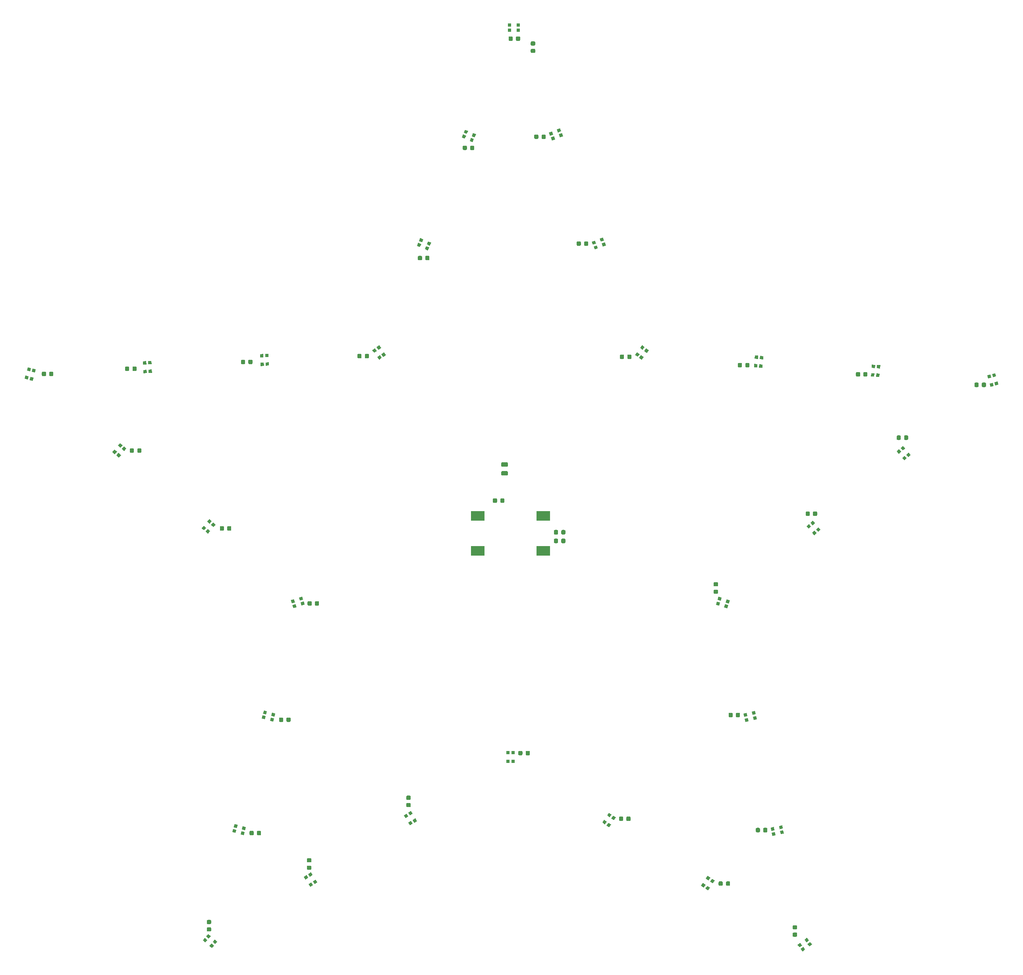
<source format=gbr>
G04 #@! TF.GenerationSoftware,KiCad,Pcbnew,(5.1.5)-3*
G04 #@! TF.CreationDate,2020-04-30T20:14:28+02:00*
G04 #@! TF.ProjectId,5-pointed-Star,352d706f-696e-4746-9564-2d537461722e,rev?*
G04 #@! TF.SameCoordinates,Original*
G04 #@! TF.FileFunction,Paste,Top*
G04 #@! TF.FilePolarity,Positive*
%FSLAX46Y46*%
G04 Gerber Fmt 4.6, Leading zero omitted, Abs format (unit mm)*
G04 Created by KiCad (PCBNEW (5.1.5)-3) date 2020-04-30 20:14:28*
%MOMM*%
%LPD*%
G04 APERTURE LIST*
%ADD10C,0.100000*%
%ADD11R,0.700000X0.700000*%
%ADD12R,3.000000X2.000000*%
G04 APERTURE END LIST*
D10*
G36*
X215692691Y-65356053D02*
G01*
X215713926Y-65359203D01*
X215734750Y-65364419D01*
X215754962Y-65371651D01*
X215774368Y-65380830D01*
X215792781Y-65391866D01*
X215810024Y-65404654D01*
X215825930Y-65419070D01*
X215840346Y-65434976D01*
X215853134Y-65452219D01*
X215864170Y-65470632D01*
X215873349Y-65490038D01*
X215880581Y-65510250D01*
X215885797Y-65531074D01*
X215888947Y-65552309D01*
X215890000Y-65573750D01*
X215890000Y-66086250D01*
X215888947Y-66107691D01*
X215885797Y-66128926D01*
X215880581Y-66149750D01*
X215873349Y-66169962D01*
X215864170Y-66189368D01*
X215853134Y-66207781D01*
X215840346Y-66225024D01*
X215825930Y-66240930D01*
X215810024Y-66255346D01*
X215792781Y-66268134D01*
X215774368Y-66279170D01*
X215754962Y-66288349D01*
X215734750Y-66295581D01*
X215713926Y-66300797D01*
X215692691Y-66303947D01*
X215671250Y-66305000D01*
X215233750Y-66305000D01*
X215212309Y-66303947D01*
X215191074Y-66300797D01*
X215170250Y-66295581D01*
X215150038Y-66288349D01*
X215130632Y-66279170D01*
X215112219Y-66268134D01*
X215094976Y-66255346D01*
X215079070Y-66240930D01*
X215064654Y-66225024D01*
X215051866Y-66207781D01*
X215040830Y-66189368D01*
X215031651Y-66169962D01*
X215024419Y-66149750D01*
X215019203Y-66128926D01*
X215016053Y-66107691D01*
X215015000Y-66086250D01*
X215015000Y-65573750D01*
X215016053Y-65552309D01*
X215019203Y-65531074D01*
X215024419Y-65510250D01*
X215031651Y-65490038D01*
X215040830Y-65470632D01*
X215051866Y-65452219D01*
X215064654Y-65434976D01*
X215079070Y-65419070D01*
X215094976Y-65404654D01*
X215112219Y-65391866D01*
X215130632Y-65380830D01*
X215150038Y-65371651D01*
X215170250Y-65364419D01*
X215191074Y-65359203D01*
X215212309Y-65356053D01*
X215233750Y-65355000D01*
X215671250Y-65355000D01*
X215692691Y-65356053D01*
G37*
G36*
X217267691Y-65356053D02*
G01*
X217288926Y-65359203D01*
X217309750Y-65364419D01*
X217329962Y-65371651D01*
X217349368Y-65380830D01*
X217367781Y-65391866D01*
X217385024Y-65404654D01*
X217400930Y-65419070D01*
X217415346Y-65434976D01*
X217428134Y-65452219D01*
X217439170Y-65470632D01*
X217448349Y-65490038D01*
X217455581Y-65510250D01*
X217460797Y-65531074D01*
X217463947Y-65552309D01*
X217465000Y-65573750D01*
X217465000Y-66086250D01*
X217463947Y-66107691D01*
X217460797Y-66128926D01*
X217455581Y-66149750D01*
X217448349Y-66169962D01*
X217439170Y-66189368D01*
X217428134Y-66207781D01*
X217415346Y-66225024D01*
X217400930Y-66240930D01*
X217385024Y-66255346D01*
X217367781Y-66268134D01*
X217349368Y-66279170D01*
X217329962Y-66288349D01*
X217309750Y-66295581D01*
X217288926Y-66300797D01*
X217267691Y-66303947D01*
X217246250Y-66305000D01*
X216808750Y-66305000D01*
X216787309Y-66303947D01*
X216766074Y-66300797D01*
X216745250Y-66295581D01*
X216725038Y-66288349D01*
X216705632Y-66279170D01*
X216687219Y-66268134D01*
X216669976Y-66255346D01*
X216654070Y-66240930D01*
X216639654Y-66225024D01*
X216626866Y-66207781D01*
X216615830Y-66189368D01*
X216606651Y-66169962D01*
X216599419Y-66149750D01*
X216594203Y-66128926D01*
X216591053Y-66107691D01*
X216590000Y-66086250D01*
X216590000Y-65573750D01*
X216591053Y-65552309D01*
X216594203Y-65531074D01*
X216599419Y-65510250D01*
X216606651Y-65490038D01*
X216615830Y-65470632D01*
X216626866Y-65452219D01*
X216639654Y-65434976D01*
X216654070Y-65419070D01*
X216669976Y-65404654D01*
X216687219Y-65391866D01*
X216705632Y-65380830D01*
X216725038Y-65371651D01*
X216745250Y-65364419D01*
X216766074Y-65359203D01*
X216787309Y-65356053D01*
X216808750Y-65355000D01*
X217246250Y-65355000D01*
X217267691Y-65356053D01*
G37*
G36*
X224752691Y-88136053D02*
G01*
X224773926Y-88139203D01*
X224794750Y-88144419D01*
X224814962Y-88151651D01*
X224834368Y-88160830D01*
X224852781Y-88171866D01*
X224870024Y-88184654D01*
X224885930Y-88199070D01*
X224900346Y-88214976D01*
X224913134Y-88232219D01*
X224924170Y-88250632D01*
X224933349Y-88270038D01*
X224940581Y-88290250D01*
X224945797Y-88311074D01*
X224948947Y-88332309D01*
X224950000Y-88353750D01*
X224950000Y-88866250D01*
X224948947Y-88887691D01*
X224945797Y-88908926D01*
X224940581Y-88929750D01*
X224933349Y-88949962D01*
X224924170Y-88969368D01*
X224913134Y-88987781D01*
X224900346Y-89005024D01*
X224885930Y-89020930D01*
X224870024Y-89035346D01*
X224852781Y-89048134D01*
X224834368Y-89059170D01*
X224814962Y-89068349D01*
X224794750Y-89075581D01*
X224773926Y-89080797D01*
X224752691Y-89083947D01*
X224731250Y-89085000D01*
X224293750Y-89085000D01*
X224272309Y-89083947D01*
X224251074Y-89080797D01*
X224230250Y-89075581D01*
X224210038Y-89068349D01*
X224190632Y-89059170D01*
X224172219Y-89048134D01*
X224154976Y-89035346D01*
X224139070Y-89020930D01*
X224124654Y-89005024D01*
X224111866Y-88987781D01*
X224100830Y-88969368D01*
X224091651Y-88949962D01*
X224084419Y-88929750D01*
X224079203Y-88908926D01*
X224076053Y-88887691D01*
X224075000Y-88866250D01*
X224075000Y-88353750D01*
X224076053Y-88332309D01*
X224079203Y-88311074D01*
X224084419Y-88290250D01*
X224091651Y-88270038D01*
X224100830Y-88250632D01*
X224111866Y-88232219D01*
X224124654Y-88214976D01*
X224139070Y-88199070D01*
X224154976Y-88184654D01*
X224172219Y-88171866D01*
X224190632Y-88160830D01*
X224210038Y-88151651D01*
X224230250Y-88144419D01*
X224251074Y-88139203D01*
X224272309Y-88136053D01*
X224293750Y-88135000D01*
X224731250Y-88135000D01*
X224752691Y-88136053D01*
G37*
G36*
X226327691Y-88136053D02*
G01*
X226348926Y-88139203D01*
X226369750Y-88144419D01*
X226389962Y-88151651D01*
X226409368Y-88160830D01*
X226427781Y-88171866D01*
X226445024Y-88184654D01*
X226460930Y-88199070D01*
X226475346Y-88214976D01*
X226488134Y-88232219D01*
X226499170Y-88250632D01*
X226508349Y-88270038D01*
X226515581Y-88290250D01*
X226520797Y-88311074D01*
X226523947Y-88332309D01*
X226525000Y-88353750D01*
X226525000Y-88866250D01*
X226523947Y-88887691D01*
X226520797Y-88908926D01*
X226515581Y-88929750D01*
X226508349Y-88949962D01*
X226499170Y-88969368D01*
X226488134Y-88987781D01*
X226475346Y-89005024D01*
X226460930Y-89020930D01*
X226445024Y-89035346D01*
X226427781Y-89048134D01*
X226409368Y-89059170D01*
X226389962Y-89068349D01*
X226369750Y-89075581D01*
X226348926Y-89080797D01*
X226327691Y-89083947D01*
X226306250Y-89085000D01*
X225868750Y-89085000D01*
X225847309Y-89083947D01*
X225826074Y-89080797D01*
X225805250Y-89075581D01*
X225785038Y-89068349D01*
X225765632Y-89059170D01*
X225747219Y-89048134D01*
X225729976Y-89035346D01*
X225714070Y-89020930D01*
X225699654Y-89005024D01*
X225686866Y-88987781D01*
X225675830Y-88969368D01*
X225666651Y-88949962D01*
X225659419Y-88929750D01*
X225654203Y-88908926D01*
X225651053Y-88887691D01*
X225650000Y-88866250D01*
X225650000Y-88353750D01*
X225651053Y-88332309D01*
X225654203Y-88311074D01*
X225659419Y-88290250D01*
X225666651Y-88270038D01*
X225675830Y-88250632D01*
X225686866Y-88232219D01*
X225699654Y-88214976D01*
X225714070Y-88199070D01*
X225729976Y-88184654D01*
X225747219Y-88171866D01*
X225765632Y-88160830D01*
X225785038Y-88151651D01*
X225805250Y-88144419D01*
X225826074Y-88139203D01*
X225847309Y-88136053D01*
X225868750Y-88135000D01*
X226306250Y-88135000D01*
X226327691Y-88136053D01*
G37*
G36*
X233962691Y-112256053D02*
G01*
X233983926Y-112259203D01*
X234004750Y-112264419D01*
X234024962Y-112271651D01*
X234044368Y-112280830D01*
X234062781Y-112291866D01*
X234080024Y-112304654D01*
X234095930Y-112319070D01*
X234110346Y-112334976D01*
X234123134Y-112352219D01*
X234134170Y-112370632D01*
X234143349Y-112390038D01*
X234150581Y-112410250D01*
X234155797Y-112431074D01*
X234158947Y-112452309D01*
X234160000Y-112473750D01*
X234160000Y-112986250D01*
X234158947Y-113007691D01*
X234155797Y-113028926D01*
X234150581Y-113049750D01*
X234143349Y-113069962D01*
X234134170Y-113089368D01*
X234123134Y-113107781D01*
X234110346Y-113125024D01*
X234095930Y-113140930D01*
X234080024Y-113155346D01*
X234062781Y-113168134D01*
X234044368Y-113179170D01*
X234024962Y-113188349D01*
X234004750Y-113195581D01*
X233983926Y-113200797D01*
X233962691Y-113203947D01*
X233941250Y-113205000D01*
X233503750Y-113205000D01*
X233482309Y-113203947D01*
X233461074Y-113200797D01*
X233440250Y-113195581D01*
X233420038Y-113188349D01*
X233400632Y-113179170D01*
X233382219Y-113168134D01*
X233364976Y-113155346D01*
X233349070Y-113140930D01*
X233334654Y-113125024D01*
X233321866Y-113107781D01*
X233310830Y-113089368D01*
X233301651Y-113069962D01*
X233294419Y-113049750D01*
X233289203Y-113028926D01*
X233286053Y-113007691D01*
X233285000Y-112986250D01*
X233285000Y-112473750D01*
X233286053Y-112452309D01*
X233289203Y-112431074D01*
X233294419Y-112410250D01*
X233301651Y-112390038D01*
X233310830Y-112370632D01*
X233321866Y-112352219D01*
X233334654Y-112334976D01*
X233349070Y-112319070D01*
X233364976Y-112304654D01*
X233382219Y-112291866D01*
X233400632Y-112280830D01*
X233420038Y-112271651D01*
X233440250Y-112264419D01*
X233461074Y-112259203D01*
X233482309Y-112256053D01*
X233503750Y-112255000D01*
X233941250Y-112255000D01*
X233962691Y-112256053D01*
G37*
G36*
X235537691Y-112256053D02*
G01*
X235558926Y-112259203D01*
X235579750Y-112264419D01*
X235599962Y-112271651D01*
X235619368Y-112280830D01*
X235637781Y-112291866D01*
X235655024Y-112304654D01*
X235670930Y-112319070D01*
X235685346Y-112334976D01*
X235698134Y-112352219D01*
X235709170Y-112370632D01*
X235718349Y-112390038D01*
X235725581Y-112410250D01*
X235730797Y-112431074D01*
X235733947Y-112452309D01*
X235735000Y-112473750D01*
X235735000Y-112986250D01*
X235733947Y-113007691D01*
X235730797Y-113028926D01*
X235725581Y-113049750D01*
X235718349Y-113069962D01*
X235709170Y-113089368D01*
X235698134Y-113107781D01*
X235685346Y-113125024D01*
X235670930Y-113140930D01*
X235655024Y-113155346D01*
X235637781Y-113168134D01*
X235619368Y-113179170D01*
X235599962Y-113188349D01*
X235579750Y-113195581D01*
X235558926Y-113200797D01*
X235537691Y-113203947D01*
X235516250Y-113205000D01*
X235078750Y-113205000D01*
X235057309Y-113203947D01*
X235036074Y-113200797D01*
X235015250Y-113195581D01*
X234995038Y-113188349D01*
X234975632Y-113179170D01*
X234957219Y-113168134D01*
X234939976Y-113155346D01*
X234924070Y-113140930D01*
X234909654Y-113125024D01*
X234896866Y-113107781D01*
X234885830Y-113089368D01*
X234876651Y-113069962D01*
X234869419Y-113049750D01*
X234864203Y-113028926D01*
X234861053Y-113007691D01*
X234860000Y-112986250D01*
X234860000Y-112473750D01*
X234861053Y-112452309D01*
X234864203Y-112431074D01*
X234869419Y-112410250D01*
X234876651Y-112390038D01*
X234885830Y-112370632D01*
X234896866Y-112352219D01*
X234909654Y-112334976D01*
X234924070Y-112319070D01*
X234939976Y-112304654D01*
X234957219Y-112291866D01*
X234975632Y-112280830D01*
X234995038Y-112271651D01*
X235015250Y-112264419D01*
X235036074Y-112259203D01*
X235057309Y-112256053D01*
X235078750Y-112255000D01*
X235516250Y-112255000D01*
X235537691Y-112256053D01*
G37*
G36*
X259122691Y-114046053D02*
G01*
X259143926Y-114049203D01*
X259164750Y-114054419D01*
X259184962Y-114061651D01*
X259204368Y-114070830D01*
X259222781Y-114081866D01*
X259240024Y-114094654D01*
X259255930Y-114109070D01*
X259270346Y-114124976D01*
X259283134Y-114142219D01*
X259294170Y-114160632D01*
X259303349Y-114180038D01*
X259310581Y-114200250D01*
X259315797Y-114221074D01*
X259318947Y-114242309D01*
X259320000Y-114263750D01*
X259320000Y-114776250D01*
X259318947Y-114797691D01*
X259315797Y-114818926D01*
X259310581Y-114839750D01*
X259303349Y-114859962D01*
X259294170Y-114879368D01*
X259283134Y-114897781D01*
X259270346Y-114915024D01*
X259255930Y-114930930D01*
X259240024Y-114945346D01*
X259222781Y-114958134D01*
X259204368Y-114969170D01*
X259184962Y-114978349D01*
X259164750Y-114985581D01*
X259143926Y-114990797D01*
X259122691Y-114993947D01*
X259101250Y-114995000D01*
X258663750Y-114995000D01*
X258642309Y-114993947D01*
X258621074Y-114990797D01*
X258600250Y-114985581D01*
X258580038Y-114978349D01*
X258560632Y-114969170D01*
X258542219Y-114958134D01*
X258524976Y-114945346D01*
X258509070Y-114930930D01*
X258494654Y-114915024D01*
X258481866Y-114897781D01*
X258470830Y-114879368D01*
X258461651Y-114859962D01*
X258454419Y-114839750D01*
X258449203Y-114818926D01*
X258446053Y-114797691D01*
X258445000Y-114776250D01*
X258445000Y-114263750D01*
X258446053Y-114242309D01*
X258449203Y-114221074D01*
X258454419Y-114200250D01*
X258461651Y-114180038D01*
X258470830Y-114160632D01*
X258481866Y-114142219D01*
X258494654Y-114124976D01*
X258509070Y-114109070D01*
X258524976Y-114094654D01*
X258542219Y-114081866D01*
X258560632Y-114070830D01*
X258580038Y-114061651D01*
X258600250Y-114054419D01*
X258621074Y-114049203D01*
X258642309Y-114046053D01*
X258663750Y-114045000D01*
X259101250Y-114045000D01*
X259122691Y-114046053D01*
G37*
G36*
X260697691Y-114046053D02*
G01*
X260718926Y-114049203D01*
X260739750Y-114054419D01*
X260759962Y-114061651D01*
X260779368Y-114070830D01*
X260797781Y-114081866D01*
X260815024Y-114094654D01*
X260830930Y-114109070D01*
X260845346Y-114124976D01*
X260858134Y-114142219D01*
X260869170Y-114160632D01*
X260878349Y-114180038D01*
X260885581Y-114200250D01*
X260890797Y-114221074D01*
X260893947Y-114242309D01*
X260895000Y-114263750D01*
X260895000Y-114776250D01*
X260893947Y-114797691D01*
X260890797Y-114818926D01*
X260885581Y-114839750D01*
X260878349Y-114859962D01*
X260869170Y-114879368D01*
X260858134Y-114897781D01*
X260845346Y-114915024D01*
X260830930Y-114930930D01*
X260815024Y-114945346D01*
X260797781Y-114958134D01*
X260779368Y-114969170D01*
X260759962Y-114978349D01*
X260739750Y-114985581D01*
X260718926Y-114990797D01*
X260697691Y-114993947D01*
X260676250Y-114995000D01*
X260238750Y-114995000D01*
X260217309Y-114993947D01*
X260196074Y-114990797D01*
X260175250Y-114985581D01*
X260155038Y-114978349D01*
X260135632Y-114969170D01*
X260117219Y-114958134D01*
X260099976Y-114945346D01*
X260084070Y-114930930D01*
X260069654Y-114915024D01*
X260056866Y-114897781D01*
X260045830Y-114879368D01*
X260036651Y-114859962D01*
X260029419Y-114839750D01*
X260024203Y-114818926D01*
X260021053Y-114797691D01*
X260020000Y-114776250D01*
X260020000Y-114263750D01*
X260021053Y-114242309D01*
X260024203Y-114221074D01*
X260029419Y-114200250D01*
X260036651Y-114180038D01*
X260045830Y-114160632D01*
X260056866Y-114142219D01*
X260069654Y-114124976D01*
X260084070Y-114109070D01*
X260099976Y-114094654D01*
X260117219Y-114081866D01*
X260135632Y-114070830D01*
X260155038Y-114061651D01*
X260175250Y-114054419D01*
X260196074Y-114049203D01*
X260217309Y-114046053D01*
X260238750Y-114045000D01*
X260676250Y-114045000D01*
X260697691Y-114046053D01*
G37*
G36*
X284292691Y-116006053D02*
G01*
X284313926Y-116009203D01*
X284334750Y-116014419D01*
X284354962Y-116021651D01*
X284374368Y-116030830D01*
X284392781Y-116041866D01*
X284410024Y-116054654D01*
X284425930Y-116069070D01*
X284440346Y-116084976D01*
X284453134Y-116102219D01*
X284464170Y-116120632D01*
X284473349Y-116140038D01*
X284480581Y-116160250D01*
X284485797Y-116181074D01*
X284488947Y-116202309D01*
X284490000Y-116223750D01*
X284490000Y-116736250D01*
X284488947Y-116757691D01*
X284485797Y-116778926D01*
X284480581Y-116799750D01*
X284473349Y-116819962D01*
X284464170Y-116839368D01*
X284453134Y-116857781D01*
X284440346Y-116875024D01*
X284425930Y-116890930D01*
X284410024Y-116905346D01*
X284392781Y-116918134D01*
X284374368Y-116929170D01*
X284354962Y-116938349D01*
X284334750Y-116945581D01*
X284313926Y-116950797D01*
X284292691Y-116953947D01*
X284271250Y-116955000D01*
X283833750Y-116955000D01*
X283812309Y-116953947D01*
X283791074Y-116950797D01*
X283770250Y-116945581D01*
X283750038Y-116938349D01*
X283730632Y-116929170D01*
X283712219Y-116918134D01*
X283694976Y-116905346D01*
X283679070Y-116890930D01*
X283664654Y-116875024D01*
X283651866Y-116857781D01*
X283640830Y-116839368D01*
X283631651Y-116819962D01*
X283624419Y-116799750D01*
X283619203Y-116778926D01*
X283616053Y-116757691D01*
X283615000Y-116736250D01*
X283615000Y-116223750D01*
X283616053Y-116202309D01*
X283619203Y-116181074D01*
X283624419Y-116160250D01*
X283631651Y-116140038D01*
X283640830Y-116120632D01*
X283651866Y-116102219D01*
X283664654Y-116084976D01*
X283679070Y-116069070D01*
X283694976Y-116054654D01*
X283712219Y-116041866D01*
X283730632Y-116030830D01*
X283750038Y-116021651D01*
X283770250Y-116014419D01*
X283791074Y-116009203D01*
X283812309Y-116006053D01*
X283833750Y-116005000D01*
X284271250Y-116005000D01*
X284292691Y-116006053D01*
G37*
G36*
X285867691Y-116006053D02*
G01*
X285888926Y-116009203D01*
X285909750Y-116014419D01*
X285929962Y-116021651D01*
X285949368Y-116030830D01*
X285967781Y-116041866D01*
X285985024Y-116054654D01*
X286000930Y-116069070D01*
X286015346Y-116084976D01*
X286028134Y-116102219D01*
X286039170Y-116120632D01*
X286048349Y-116140038D01*
X286055581Y-116160250D01*
X286060797Y-116181074D01*
X286063947Y-116202309D01*
X286065000Y-116223750D01*
X286065000Y-116736250D01*
X286063947Y-116757691D01*
X286060797Y-116778926D01*
X286055581Y-116799750D01*
X286048349Y-116819962D01*
X286039170Y-116839368D01*
X286028134Y-116857781D01*
X286015346Y-116875024D01*
X286000930Y-116890930D01*
X285985024Y-116905346D01*
X285967781Y-116918134D01*
X285949368Y-116929170D01*
X285929962Y-116938349D01*
X285909750Y-116945581D01*
X285888926Y-116950797D01*
X285867691Y-116953947D01*
X285846250Y-116955000D01*
X285408750Y-116955000D01*
X285387309Y-116953947D01*
X285366074Y-116950797D01*
X285345250Y-116945581D01*
X285325038Y-116938349D01*
X285305632Y-116929170D01*
X285287219Y-116918134D01*
X285269976Y-116905346D01*
X285254070Y-116890930D01*
X285239654Y-116875024D01*
X285226866Y-116857781D01*
X285215830Y-116839368D01*
X285206651Y-116819962D01*
X285199419Y-116799750D01*
X285194203Y-116778926D01*
X285191053Y-116757691D01*
X285190000Y-116736250D01*
X285190000Y-116223750D01*
X285191053Y-116202309D01*
X285194203Y-116181074D01*
X285199419Y-116160250D01*
X285206651Y-116140038D01*
X285215830Y-116120632D01*
X285226866Y-116102219D01*
X285239654Y-116084976D01*
X285254070Y-116069070D01*
X285269976Y-116054654D01*
X285287219Y-116041866D01*
X285305632Y-116030830D01*
X285325038Y-116021651D01*
X285345250Y-116014419D01*
X285366074Y-116009203D01*
X285387309Y-116006053D01*
X285408750Y-116005000D01*
X285846250Y-116005000D01*
X285867691Y-116006053D01*
G37*
G36*
X309552691Y-118256053D02*
G01*
X309573926Y-118259203D01*
X309594750Y-118264419D01*
X309614962Y-118271651D01*
X309634368Y-118280830D01*
X309652781Y-118291866D01*
X309670024Y-118304654D01*
X309685930Y-118319070D01*
X309700346Y-118334976D01*
X309713134Y-118352219D01*
X309724170Y-118370632D01*
X309733349Y-118390038D01*
X309740581Y-118410250D01*
X309745797Y-118431074D01*
X309748947Y-118452309D01*
X309750000Y-118473750D01*
X309750000Y-118986250D01*
X309748947Y-119007691D01*
X309745797Y-119028926D01*
X309740581Y-119049750D01*
X309733349Y-119069962D01*
X309724170Y-119089368D01*
X309713134Y-119107781D01*
X309700346Y-119125024D01*
X309685930Y-119140930D01*
X309670024Y-119155346D01*
X309652781Y-119168134D01*
X309634368Y-119179170D01*
X309614962Y-119188349D01*
X309594750Y-119195581D01*
X309573926Y-119200797D01*
X309552691Y-119203947D01*
X309531250Y-119205000D01*
X309093750Y-119205000D01*
X309072309Y-119203947D01*
X309051074Y-119200797D01*
X309030250Y-119195581D01*
X309010038Y-119188349D01*
X308990632Y-119179170D01*
X308972219Y-119168134D01*
X308954976Y-119155346D01*
X308939070Y-119140930D01*
X308924654Y-119125024D01*
X308911866Y-119107781D01*
X308900830Y-119089368D01*
X308891651Y-119069962D01*
X308884419Y-119049750D01*
X308879203Y-119028926D01*
X308876053Y-119007691D01*
X308875000Y-118986250D01*
X308875000Y-118473750D01*
X308876053Y-118452309D01*
X308879203Y-118431074D01*
X308884419Y-118410250D01*
X308891651Y-118390038D01*
X308900830Y-118370632D01*
X308911866Y-118352219D01*
X308924654Y-118334976D01*
X308939070Y-118319070D01*
X308954976Y-118304654D01*
X308972219Y-118291866D01*
X308990632Y-118280830D01*
X309010038Y-118271651D01*
X309030250Y-118264419D01*
X309051074Y-118259203D01*
X309072309Y-118256053D01*
X309093750Y-118255000D01*
X309531250Y-118255000D01*
X309552691Y-118256053D01*
G37*
G36*
X311127691Y-118256053D02*
G01*
X311148926Y-118259203D01*
X311169750Y-118264419D01*
X311189962Y-118271651D01*
X311209368Y-118280830D01*
X311227781Y-118291866D01*
X311245024Y-118304654D01*
X311260930Y-118319070D01*
X311275346Y-118334976D01*
X311288134Y-118352219D01*
X311299170Y-118370632D01*
X311308349Y-118390038D01*
X311315581Y-118410250D01*
X311320797Y-118431074D01*
X311323947Y-118452309D01*
X311325000Y-118473750D01*
X311325000Y-118986250D01*
X311323947Y-119007691D01*
X311320797Y-119028926D01*
X311315581Y-119049750D01*
X311308349Y-119069962D01*
X311299170Y-119089368D01*
X311288134Y-119107781D01*
X311275346Y-119125024D01*
X311260930Y-119140930D01*
X311245024Y-119155346D01*
X311227781Y-119168134D01*
X311209368Y-119179170D01*
X311189962Y-119188349D01*
X311169750Y-119195581D01*
X311148926Y-119200797D01*
X311127691Y-119203947D01*
X311106250Y-119205000D01*
X310668750Y-119205000D01*
X310647309Y-119203947D01*
X310626074Y-119200797D01*
X310605250Y-119195581D01*
X310585038Y-119188349D01*
X310565632Y-119179170D01*
X310547219Y-119168134D01*
X310529976Y-119155346D01*
X310514070Y-119140930D01*
X310499654Y-119125024D01*
X310486866Y-119107781D01*
X310475830Y-119089368D01*
X310466651Y-119069962D01*
X310459419Y-119049750D01*
X310454203Y-119028926D01*
X310451053Y-119007691D01*
X310450000Y-118986250D01*
X310450000Y-118473750D01*
X310451053Y-118452309D01*
X310454203Y-118431074D01*
X310459419Y-118410250D01*
X310466651Y-118390038D01*
X310475830Y-118370632D01*
X310486866Y-118352219D01*
X310499654Y-118334976D01*
X310514070Y-118319070D01*
X310529976Y-118304654D01*
X310547219Y-118291866D01*
X310565632Y-118280830D01*
X310585038Y-118271651D01*
X310605250Y-118264419D01*
X310626074Y-118259203D01*
X310647309Y-118256053D01*
X310668750Y-118255000D01*
X311106250Y-118255000D01*
X311127691Y-118256053D01*
G37*
G36*
X292972691Y-129516053D02*
G01*
X292993926Y-129519203D01*
X293014750Y-129524419D01*
X293034962Y-129531651D01*
X293054368Y-129540830D01*
X293072781Y-129551866D01*
X293090024Y-129564654D01*
X293105930Y-129579070D01*
X293120346Y-129594976D01*
X293133134Y-129612219D01*
X293144170Y-129630632D01*
X293153349Y-129650038D01*
X293160581Y-129670250D01*
X293165797Y-129691074D01*
X293168947Y-129712309D01*
X293170000Y-129733750D01*
X293170000Y-130246250D01*
X293168947Y-130267691D01*
X293165797Y-130288926D01*
X293160581Y-130309750D01*
X293153349Y-130329962D01*
X293144170Y-130349368D01*
X293133134Y-130367781D01*
X293120346Y-130385024D01*
X293105930Y-130400930D01*
X293090024Y-130415346D01*
X293072781Y-130428134D01*
X293054368Y-130439170D01*
X293034962Y-130448349D01*
X293014750Y-130455581D01*
X292993926Y-130460797D01*
X292972691Y-130463947D01*
X292951250Y-130465000D01*
X292513750Y-130465000D01*
X292492309Y-130463947D01*
X292471074Y-130460797D01*
X292450250Y-130455581D01*
X292430038Y-130448349D01*
X292410632Y-130439170D01*
X292392219Y-130428134D01*
X292374976Y-130415346D01*
X292359070Y-130400930D01*
X292344654Y-130385024D01*
X292331866Y-130367781D01*
X292320830Y-130349368D01*
X292311651Y-130329962D01*
X292304419Y-130309750D01*
X292299203Y-130288926D01*
X292296053Y-130267691D01*
X292295000Y-130246250D01*
X292295000Y-129733750D01*
X292296053Y-129712309D01*
X292299203Y-129691074D01*
X292304419Y-129670250D01*
X292311651Y-129650038D01*
X292320830Y-129630632D01*
X292331866Y-129612219D01*
X292344654Y-129594976D01*
X292359070Y-129579070D01*
X292374976Y-129564654D01*
X292392219Y-129551866D01*
X292410632Y-129540830D01*
X292430038Y-129531651D01*
X292450250Y-129524419D01*
X292471074Y-129519203D01*
X292492309Y-129516053D01*
X292513750Y-129515000D01*
X292951250Y-129515000D01*
X292972691Y-129516053D01*
G37*
G36*
X294547691Y-129516053D02*
G01*
X294568926Y-129519203D01*
X294589750Y-129524419D01*
X294609962Y-129531651D01*
X294629368Y-129540830D01*
X294647781Y-129551866D01*
X294665024Y-129564654D01*
X294680930Y-129579070D01*
X294695346Y-129594976D01*
X294708134Y-129612219D01*
X294719170Y-129630632D01*
X294728349Y-129650038D01*
X294735581Y-129670250D01*
X294740797Y-129691074D01*
X294743947Y-129712309D01*
X294745000Y-129733750D01*
X294745000Y-130246250D01*
X294743947Y-130267691D01*
X294740797Y-130288926D01*
X294735581Y-130309750D01*
X294728349Y-130329962D01*
X294719170Y-130349368D01*
X294708134Y-130367781D01*
X294695346Y-130385024D01*
X294680930Y-130400930D01*
X294665024Y-130415346D01*
X294647781Y-130428134D01*
X294629368Y-130439170D01*
X294609962Y-130448349D01*
X294589750Y-130455581D01*
X294568926Y-130460797D01*
X294547691Y-130463947D01*
X294526250Y-130465000D01*
X294088750Y-130465000D01*
X294067309Y-130463947D01*
X294046074Y-130460797D01*
X294025250Y-130455581D01*
X294005038Y-130448349D01*
X293985632Y-130439170D01*
X293967219Y-130428134D01*
X293949976Y-130415346D01*
X293934070Y-130400930D01*
X293919654Y-130385024D01*
X293906866Y-130367781D01*
X293895830Y-130349368D01*
X293886651Y-130329962D01*
X293879419Y-130309750D01*
X293874203Y-130288926D01*
X293871053Y-130267691D01*
X293870000Y-130246250D01*
X293870000Y-129733750D01*
X293871053Y-129712309D01*
X293874203Y-129691074D01*
X293879419Y-129670250D01*
X293886651Y-129650038D01*
X293895830Y-129630632D01*
X293906866Y-129612219D01*
X293919654Y-129594976D01*
X293934070Y-129579070D01*
X293949976Y-129564654D01*
X293967219Y-129551866D01*
X293985632Y-129540830D01*
X294005038Y-129531651D01*
X294025250Y-129524419D01*
X294046074Y-129519203D01*
X294067309Y-129516053D01*
X294088750Y-129515000D01*
X294526250Y-129515000D01*
X294547691Y-129516053D01*
G37*
G36*
X273552691Y-145726053D02*
G01*
X273573926Y-145729203D01*
X273594750Y-145734419D01*
X273614962Y-145741651D01*
X273634368Y-145750830D01*
X273652781Y-145761866D01*
X273670024Y-145774654D01*
X273685930Y-145789070D01*
X273700346Y-145804976D01*
X273713134Y-145822219D01*
X273724170Y-145840632D01*
X273733349Y-145860038D01*
X273740581Y-145880250D01*
X273745797Y-145901074D01*
X273748947Y-145922309D01*
X273750000Y-145943750D01*
X273750000Y-146456250D01*
X273748947Y-146477691D01*
X273745797Y-146498926D01*
X273740581Y-146519750D01*
X273733349Y-146539962D01*
X273724170Y-146559368D01*
X273713134Y-146577781D01*
X273700346Y-146595024D01*
X273685930Y-146610930D01*
X273670024Y-146625346D01*
X273652781Y-146638134D01*
X273634368Y-146649170D01*
X273614962Y-146658349D01*
X273594750Y-146665581D01*
X273573926Y-146670797D01*
X273552691Y-146673947D01*
X273531250Y-146675000D01*
X273093750Y-146675000D01*
X273072309Y-146673947D01*
X273051074Y-146670797D01*
X273030250Y-146665581D01*
X273010038Y-146658349D01*
X272990632Y-146649170D01*
X272972219Y-146638134D01*
X272954976Y-146625346D01*
X272939070Y-146610930D01*
X272924654Y-146595024D01*
X272911866Y-146577781D01*
X272900830Y-146559368D01*
X272891651Y-146539962D01*
X272884419Y-146519750D01*
X272879203Y-146498926D01*
X272876053Y-146477691D01*
X272875000Y-146456250D01*
X272875000Y-145943750D01*
X272876053Y-145922309D01*
X272879203Y-145901074D01*
X272884419Y-145880250D01*
X272891651Y-145860038D01*
X272900830Y-145840632D01*
X272911866Y-145822219D01*
X272924654Y-145804976D01*
X272939070Y-145789070D01*
X272954976Y-145774654D01*
X272972219Y-145761866D01*
X272990632Y-145750830D01*
X273010038Y-145741651D01*
X273030250Y-145734419D01*
X273051074Y-145729203D01*
X273072309Y-145726053D01*
X273093750Y-145725000D01*
X273531250Y-145725000D01*
X273552691Y-145726053D01*
G37*
G36*
X275127691Y-145726053D02*
G01*
X275148926Y-145729203D01*
X275169750Y-145734419D01*
X275189962Y-145741651D01*
X275209368Y-145750830D01*
X275227781Y-145761866D01*
X275245024Y-145774654D01*
X275260930Y-145789070D01*
X275275346Y-145804976D01*
X275288134Y-145822219D01*
X275299170Y-145840632D01*
X275308349Y-145860038D01*
X275315581Y-145880250D01*
X275320797Y-145901074D01*
X275323947Y-145922309D01*
X275325000Y-145943750D01*
X275325000Y-146456250D01*
X275323947Y-146477691D01*
X275320797Y-146498926D01*
X275315581Y-146519750D01*
X275308349Y-146539962D01*
X275299170Y-146559368D01*
X275288134Y-146577781D01*
X275275346Y-146595024D01*
X275260930Y-146610930D01*
X275245024Y-146625346D01*
X275227781Y-146638134D01*
X275209368Y-146649170D01*
X275189962Y-146658349D01*
X275169750Y-146665581D01*
X275148926Y-146670797D01*
X275127691Y-146673947D01*
X275106250Y-146675000D01*
X274668750Y-146675000D01*
X274647309Y-146673947D01*
X274626074Y-146670797D01*
X274605250Y-146665581D01*
X274585038Y-146658349D01*
X274565632Y-146649170D01*
X274547219Y-146638134D01*
X274529976Y-146625346D01*
X274514070Y-146610930D01*
X274499654Y-146595024D01*
X274486866Y-146577781D01*
X274475830Y-146559368D01*
X274466651Y-146539962D01*
X274459419Y-146519750D01*
X274454203Y-146498926D01*
X274451053Y-146477691D01*
X274450000Y-146456250D01*
X274450000Y-145943750D01*
X274451053Y-145922309D01*
X274454203Y-145901074D01*
X274459419Y-145880250D01*
X274466651Y-145860038D01*
X274475830Y-145840632D01*
X274486866Y-145822219D01*
X274499654Y-145804976D01*
X274514070Y-145789070D01*
X274529976Y-145774654D01*
X274547219Y-145761866D01*
X274565632Y-145750830D01*
X274585038Y-145741651D01*
X274605250Y-145734419D01*
X274626074Y-145729203D01*
X274647309Y-145726053D01*
X274668750Y-145725000D01*
X275106250Y-145725000D01*
X275127691Y-145726053D01*
G37*
G36*
X254007691Y-160826053D02*
G01*
X254028926Y-160829203D01*
X254049750Y-160834419D01*
X254069962Y-160841651D01*
X254089368Y-160850830D01*
X254107781Y-160861866D01*
X254125024Y-160874654D01*
X254140930Y-160889070D01*
X254155346Y-160904976D01*
X254168134Y-160922219D01*
X254179170Y-160940632D01*
X254188349Y-160960038D01*
X254195581Y-160980250D01*
X254200797Y-161001074D01*
X254203947Y-161022309D01*
X254205000Y-161043750D01*
X254205000Y-161481250D01*
X254203947Y-161502691D01*
X254200797Y-161523926D01*
X254195581Y-161544750D01*
X254188349Y-161564962D01*
X254179170Y-161584368D01*
X254168134Y-161602781D01*
X254155346Y-161620024D01*
X254140930Y-161635930D01*
X254125024Y-161650346D01*
X254107781Y-161663134D01*
X254089368Y-161674170D01*
X254069962Y-161683349D01*
X254049750Y-161690581D01*
X254028926Y-161695797D01*
X254007691Y-161698947D01*
X253986250Y-161700000D01*
X253473750Y-161700000D01*
X253452309Y-161698947D01*
X253431074Y-161695797D01*
X253410250Y-161690581D01*
X253390038Y-161683349D01*
X253370632Y-161674170D01*
X253352219Y-161663134D01*
X253334976Y-161650346D01*
X253319070Y-161635930D01*
X253304654Y-161620024D01*
X253291866Y-161602781D01*
X253280830Y-161584368D01*
X253271651Y-161564962D01*
X253264419Y-161544750D01*
X253259203Y-161523926D01*
X253256053Y-161502691D01*
X253255000Y-161481250D01*
X253255000Y-161043750D01*
X253256053Y-161022309D01*
X253259203Y-161001074D01*
X253264419Y-160980250D01*
X253271651Y-160960038D01*
X253280830Y-160940632D01*
X253291866Y-160922219D01*
X253304654Y-160904976D01*
X253319070Y-160889070D01*
X253334976Y-160874654D01*
X253352219Y-160861866D01*
X253370632Y-160850830D01*
X253390038Y-160841651D01*
X253410250Y-160834419D01*
X253431074Y-160829203D01*
X253452309Y-160826053D01*
X253473750Y-160825000D01*
X253986250Y-160825000D01*
X254007691Y-160826053D01*
G37*
G36*
X254007691Y-162401053D02*
G01*
X254028926Y-162404203D01*
X254049750Y-162409419D01*
X254069962Y-162416651D01*
X254089368Y-162425830D01*
X254107781Y-162436866D01*
X254125024Y-162449654D01*
X254140930Y-162464070D01*
X254155346Y-162479976D01*
X254168134Y-162497219D01*
X254179170Y-162515632D01*
X254188349Y-162535038D01*
X254195581Y-162555250D01*
X254200797Y-162576074D01*
X254203947Y-162597309D01*
X254205000Y-162618750D01*
X254205000Y-163056250D01*
X254203947Y-163077691D01*
X254200797Y-163098926D01*
X254195581Y-163119750D01*
X254188349Y-163139962D01*
X254179170Y-163159368D01*
X254168134Y-163177781D01*
X254155346Y-163195024D01*
X254140930Y-163210930D01*
X254125024Y-163225346D01*
X254107781Y-163238134D01*
X254089368Y-163249170D01*
X254069962Y-163258349D01*
X254049750Y-163265581D01*
X254028926Y-163270797D01*
X254007691Y-163273947D01*
X253986250Y-163275000D01*
X253473750Y-163275000D01*
X253452309Y-163273947D01*
X253431074Y-163270797D01*
X253410250Y-163265581D01*
X253390038Y-163258349D01*
X253370632Y-163249170D01*
X253352219Y-163238134D01*
X253334976Y-163225346D01*
X253319070Y-163210930D01*
X253304654Y-163195024D01*
X253291866Y-163177781D01*
X253280830Y-163159368D01*
X253271651Y-163139962D01*
X253264419Y-163119750D01*
X253259203Y-163098926D01*
X253256053Y-163077691D01*
X253255000Y-163056250D01*
X253255000Y-162618750D01*
X253256053Y-162597309D01*
X253259203Y-162576074D01*
X253264419Y-162555250D01*
X253271651Y-162535038D01*
X253280830Y-162515632D01*
X253291866Y-162497219D01*
X253304654Y-162479976D01*
X253319070Y-162464070D01*
X253334976Y-162449654D01*
X253352219Y-162436866D01*
X253370632Y-162425830D01*
X253390038Y-162416651D01*
X253410250Y-162409419D01*
X253431074Y-162404203D01*
X253452309Y-162401053D01*
X253473750Y-162400000D01*
X253986250Y-162400000D01*
X254007691Y-162401053D01*
G37*
G36*
X257122691Y-188636053D02*
G01*
X257143926Y-188639203D01*
X257164750Y-188644419D01*
X257184962Y-188651651D01*
X257204368Y-188660830D01*
X257222781Y-188671866D01*
X257240024Y-188684654D01*
X257255930Y-188699070D01*
X257270346Y-188714976D01*
X257283134Y-188732219D01*
X257294170Y-188750632D01*
X257303349Y-188770038D01*
X257310581Y-188790250D01*
X257315797Y-188811074D01*
X257318947Y-188832309D01*
X257320000Y-188853750D01*
X257320000Y-189366250D01*
X257318947Y-189387691D01*
X257315797Y-189408926D01*
X257310581Y-189429750D01*
X257303349Y-189449962D01*
X257294170Y-189469368D01*
X257283134Y-189487781D01*
X257270346Y-189505024D01*
X257255930Y-189520930D01*
X257240024Y-189535346D01*
X257222781Y-189548134D01*
X257204368Y-189559170D01*
X257184962Y-189568349D01*
X257164750Y-189575581D01*
X257143926Y-189580797D01*
X257122691Y-189583947D01*
X257101250Y-189585000D01*
X256663750Y-189585000D01*
X256642309Y-189583947D01*
X256621074Y-189580797D01*
X256600250Y-189575581D01*
X256580038Y-189568349D01*
X256560632Y-189559170D01*
X256542219Y-189548134D01*
X256524976Y-189535346D01*
X256509070Y-189520930D01*
X256494654Y-189505024D01*
X256481866Y-189487781D01*
X256470830Y-189469368D01*
X256461651Y-189449962D01*
X256454419Y-189429750D01*
X256449203Y-189408926D01*
X256446053Y-189387691D01*
X256445000Y-189366250D01*
X256445000Y-188853750D01*
X256446053Y-188832309D01*
X256449203Y-188811074D01*
X256454419Y-188790250D01*
X256461651Y-188770038D01*
X256470830Y-188750632D01*
X256481866Y-188732219D01*
X256494654Y-188714976D01*
X256509070Y-188699070D01*
X256524976Y-188684654D01*
X256542219Y-188671866D01*
X256560632Y-188660830D01*
X256580038Y-188651651D01*
X256600250Y-188644419D01*
X256621074Y-188639203D01*
X256642309Y-188636053D01*
X256663750Y-188635000D01*
X257101250Y-188635000D01*
X257122691Y-188636053D01*
G37*
G36*
X258697691Y-188636053D02*
G01*
X258718926Y-188639203D01*
X258739750Y-188644419D01*
X258759962Y-188651651D01*
X258779368Y-188660830D01*
X258797781Y-188671866D01*
X258815024Y-188684654D01*
X258830930Y-188699070D01*
X258845346Y-188714976D01*
X258858134Y-188732219D01*
X258869170Y-188750632D01*
X258878349Y-188770038D01*
X258885581Y-188790250D01*
X258890797Y-188811074D01*
X258893947Y-188832309D01*
X258895000Y-188853750D01*
X258895000Y-189366250D01*
X258893947Y-189387691D01*
X258890797Y-189408926D01*
X258885581Y-189429750D01*
X258878349Y-189449962D01*
X258869170Y-189469368D01*
X258858134Y-189487781D01*
X258845346Y-189505024D01*
X258830930Y-189520930D01*
X258815024Y-189535346D01*
X258797781Y-189548134D01*
X258779368Y-189559170D01*
X258759962Y-189568349D01*
X258739750Y-189575581D01*
X258718926Y-189580797D01*
X258697691Y-189583947D01*
X258676250Y-189585000D01*
X258238750Y-189585000D01*
X258217309Y-189583947D01*
X258196074Y-189580797D01*
X258175250Y-189575581D01*
X258155038Y-189568349D01*
X258135632Y-189559170D01*
X258117219Y-189548134D01*
X258099976Y-189535346D01*
X258084070Y-189520930D01*
X258069654Y-189505024D01*
X258056866Y-189487781D01*
X258045830Y-189469368D01*
X258036651Y-189449962D01*
X258029419Y-189429750D01*
X258024203Y-189408926D01*
X258021053Y-189387691D01*
X258020000Y-189366250D01*
X258020000Y-188853750D01*
X258021053Y-188832309D01*
X258024203Y-188811074D01*
X258029419Y-188790250D01*
X258036651Y-188770038D01*
X258045830Y-188750632D01*
X258056866Y-188732219D01*
X258069654Y-188714976D01*
X258084070Y-188699070D01*
X258099976Y-188684654D01*
X258117219Y-188671866D01*
X258135632Y-188660830D01*
X258155038Y-188651651D01*
X258175250Y-188644419D01*
X258196074Y-188639203D01*
X258217309Y-188636053D01*
X258238750Y-188635000D01*
X258676250Y-188635000D01*
X258697691Y-188636053D01*
G37*
G36*
X262942691Y-213176053D02*
G01*
X262963926Y-213179203D01*
X262984750Y-213184419D01*
X263004962Y-213191651D01*
X263024368Y-213200830D01*
X263042781Y-213211866D01*
X263060024Y-213224654D01*
X263075930Y-213239070D01*
X263090346Y-213254976D01*
X263103134Y-213272219D01*
X263114170Y-213290632D01*
X263123349Y-213310038D01*
X263130581Y-213330250D01*
X263135797Y-213351074D01*
X263138947Y-213372309D01*
X263140000Y-213393750D01*
X263140000Y-213906250D01*
X263138947Y-213927691D01*
X263135797Y-213948926D01*
X263130581Y-213969750D01*
X263123349Y-213989962D01*
X263114170Y-214009368D01*
X263103134Y-214027781D01*
X263090346Y-214045024D01*
X263075930Y-214060930D01*
X263060024Y-214075346D01*
X263042781Y-214088134D01*
X263024368Y-214099170D01*
X263004962Y-214108349D01*
X262984750Y-214115581D01*
X262963926Y-214120797D01*
X262942691Y-214123947D01*
X262921250Y-214125000D01*
X262483750Y-214125000D01*
X262462309Y-214123947D01*
X262441074Y-214120797D01*
X262420250Y-214115581D01*
X262400038Y-214108349D01*
X262380632Y-214099170D01*
X262362219Y-214088134D01*
X262344976Y-214075346D01*
X262329070Y-214060930D01*
X262314654Y-214045024D01*
X262301866Y-214027781D01*
X262290830Y-214009368D01*
X262281651Y-213989962D01*
X262274419Y-213969750D01*
X262269203Y-213948926D01*
X262266053Y-213927691D01*
X262265000Y-213906250D01*
X262265000Y-213393750D01*
X262266053Y-213372309D01*
X262269203Y-213351074D01*
X262274419Y-213330250D01*
X262281651Y-213310038D01*
X262290830Y-213290632D01*
X262301866Y-213272219D01*
X262314654Y-213254976D01*
X262329070Y-213239070D01*
X262344976Y-213224654D01*
X262362219Y-213211866D01*
X262380632Y-213200830D01*
X262400038Y-213191651D01*
X262420250Y-213184419D01*
X262441074Y-213179203D01*
X262462309Y-213176053D01*
X262483750Y-213175000D01*
X262921250Y-213175000D01*
X262942691Y-213176053D01*
G37*
G36*
X264517691Y-213176053D02*
G01*
X264538926Y-213179203D01*
X264559750Y-213184419D01*
X264579962Y-213191651D01*
X264599368Y-213200830D01*
X264617781Y-213211866D01*
X264635024Y-213224654D01*
X264650930Y-213239070D01*
X264665346Y-213254976D01*
X264678134Y-213272219D01*
X264689170Y-213290632D01*
X264698349Y-213310038D01*
X264705581Y-213330250D01*
X264710797Y-213351074D01*
X264713947Y-213372309D01*
X264715000Y-213393750D01*
X264715000Y-213906250D01*
X264713947Y-213927691D01*
X264710797Y-213948926D01*
X264705581Y-213969750D01*
X264698349Y-213989962D01*
X264689170Y-214009368D01*
X264678134Y-214027781D01*
X264665346Y-214045024D01*
X264650930Y-214060930D01*
X264635024Y-214075346D01*
X264617781Y-214088134D01*
X264599368Y-214099170D01*
X264579962Y-214108349D01*
X264559750Y-214115581D01*
X264538926Y-214120797D01*
X264517691Y-214123947D01*
X264496250Y-214125000D01*
X264058750Y-214125000D01*
X264037309Y-214123947D01*
X264016074Y-214120797D01*
X263995250Y-214115581D01*
X263975038Y-214108349D01*
X263955632Y-214099170D01*
X263937219Y-214088134D01*
X263919976Y-214075346D01*
X263904070Y-214060930D01*
X263889654Y-214045024D01*
X263876866Y-214027781D01*
X263865830Y-214009368D01*
X263856651Y-213989962D01*
X263849419Y-213969750D01*
X263844203Y-213948926D01*
X263841053Y-213927691D01*
X263840000Y-213906250D01*
X263840000Y-213393750D01*
X263841053Y-213372309D01*
X263844203Y-213351074D01*
X263849419Y-213330250D01*
X263856651Y-213310038D01*
X263865830Y-213290632D01*
X263876866Y-213272219D01*
X263889654Y-213254976D01*
X263904070Y-213239070D01*
X263919976Y-213224654D01*
X263937219Y-213211866D01*
X263955632Y-213200830D01*
X263975038Y-213191651D01*
X263995250Y-213184419D01*
X264016074Y-213179203D01*
X264037309Y-213176053D01*
X264058750Y-213175000D01*
X264496250Y-213175000D01*
X264517691Y-213176053D01*
G37*
G36*
X270867691Y-233936053D02*
G01*
X270888926Y-233939203D01*
X270909750Y-233944419D01*
X270929962Y-233951651D01*
X270949368Y-233960830D01*
X270967781Y-233971866D01*
X270985024Y-233984654D01*
X271000930Y-233999070D01*
X271015346Y-234014976D01*
X271028134Y-234032219D01*
X271039170Y-234050632D01*
X271048349Y-234070038D01*
X271055581Y-234090250D01*
X271060797Y-234111074D01*
X271063947Y-234132309D01*
X271065000Y-234153750D01*
X271065000Y-234591250D01*
X271063947Y-234612691D01*
X271060797Y-234633926D01*
X271055581Y-234654750D01*
X271048349Y-234674962D01*
X271039170Y-234694368D01*
X271028134Y-234712781D01*
X271015346Y-234730024D01*
X271000930Y-234745930D01*
X270985024Y-234760346D01*
X270967781Y-234773134D01*
X270949368Y-234784170D01*
X270929962Y-234793349D01*
X270909750Y-234800581D01*
X270888926Y-234805797D01*
X270867691Y-234808947D01*
X270846250Y-234810000D01*
X270333750Y-234810000D01*
X270312309Y-234808947D01*
X270291074Y-234805797D01*
X270270250Y-234800581D01*
X270250038Y-234793349D01*
X270230632Y-234784170D01*
X270212219Y-234773134D01*
X270194976Y-234760346D01*
X270179070Y-234745930D01*
X270164654Y-234730024D01*
X270151866Y-234712781D01*
X270140830Y-234694368D01*
X270131651Y-234674962D01*
X270124419Y-234654750D01*
X270119203Y-234633926D01*
X270116053Y-234612691D01*
X270115000Y-234591250D01*
X270115000Y-234153750D01*
X270116053Y-234132309D01*
X270119203Y-234111074D01*
X270124419Y-234090250D01*
X270131651Y-234070038D01*
X270140830Y-234050632D01*
X270151866Y-234032219D01*
X270164654Y-234014976D01*
X270179070Y-233999070D01*
X270194976Y-233984654D01*
X270212219Y-233971866D01*
X270230632Y-233960830D01*
X270250038Y-233951651D01*
X270270250Y-233944419D01*
X270291074Y-233939203D01*
X270312309Y-233936053D01*
X270333750Y-233935000D01*
X270846250Y-233935000D01*
X270867691Y-233936053D01*
G37*
G36*
X270867691Y-235511053D02*
G01*
X270888926Y-235514203D01*
X270909750Y-235519419D01*
X270929962Y-235526651D01*
X270949368Y-235535830D01*
X270967781Y-235546866D01*
X270985024Y-235559654D01*
X271000930Y-235574070D01*
X271015346Y-235589976D01*
X271028134Y-235607219D01*
X271039170Y-235625632D01*
X271048349Y-235645038D01*
X271055581Y-235665250D01*
X271060797Y-235686074D01*
X271063947Y-235707309D01*
X271065000Y-235728750D01*
X271065000Y-236166250D01*
X271063947Y-236187691D01*
X271060797Y-236208926D01*
X271055581Y-236229750D01*
X271048349Y-236249962D01*
X271039170Y-236269368D01*
X271028134Y-236287781D01*
X271015346Y-236305024D01*
X271000930Y-236320930D01*
X270985024Y-236335346D01*
X270967781Y-236348134D01*
X270949368Y-236359170D01*
X270929962Y-236368349D01*
X270909750Y-236375581D01*
X270888926Y-236380797D01*
X270867691Y-236383947D01*
X270846250Y-236385000D01*
X270333750Y-236385000D01*
X270312309Y-236383947D01*
X270291074Y-236380797D01*
X270270250Y-236375581D01*
X270250038Y-236368349D01*
X270230632Y-236359170D01*
X270212219Y-236348134D01*
X270194976Y-236335346D01*
X270179070Y-236320930D01*
X270164654Y-236305024D01*
X270151866Y-236287781D01*
X270140830Y-236269368D01*
X270131651Y-236249962D01*
X270124419Y-236229750D01*
X270119203Y-236208926D01*
X270116053Y-236187691D01*
X270115000Y-236166250D01*
X270115000Y-235728750D01*
X270116053Y-235707309D01*
X270119203Y-235686074D01*
X270124419Y-235665250D01*
X270131651Y-235645038D01*
X270140830Y-235625632D01*
X270151866Y-235607219D01*
X270164654Y-235589976D01*
X270179070Y-235574070D01*
X270194976Y-235559654D01*
X270212219Y-235546866D01*
X270230632Y-235535830D01*
X270250038Y-235526651D01*
X270270250Y-235519419D01*
X270291074Y-235514203D01*
X270312309Y-235511053D01*
X270333750Y-235510000D01*
X270846250Y-235510000D01*
X270867691Y-235511053D01*
G37*
G36*
X256577691Y-224586053D02*
G01*
X256598926Y-224589203D01*
X256619750Y-224594419D01*
X256639962Y-224601651D01*
X256659368Y-224610830D01*
X256677781Y-224621866D01*
X256695024Y-224634654D01*
X256710930Y-224649070D01*
X256725346Y-224664976D01*
X256738134Y-224682219D01*
X256749170Y-224700632D01*
X256758349Y-224720038D01*
X256765581Y-224740250D01*
X256770797Y-224761074D01*
X256773947Y-224782309D01*
X256775000Y-224803750D01*
X256775000Y-225316250D01*
X256773947Y-225337691D01*
X256770797Y-225358926D01*
X256765581Y-225379750D01*
X256758349Y-225399962D01*
X256749170Y-225419368D01*
X256738134Y-225437781D01*
X256725346Y-225455024D01*
X256710930Y-225470930D01*
X256695024Y-225485346D01*
X256677781Y-225498134D01*
X256659368Y-225509170D01*
X256639962Y-225518349D01*
X256619750Y-225525581D01*
X256598926Y-225530797D01*
X256577691Y-225533947D01*
X256556250Y-225535000D01*
X256118750Y-225535000D01*
X256097309Y-225533947D01*
X256076074Y-225530797D01*
X256055250Y-225525581D01*
X256035038Y-225518349D01*
X256015632Y-225509170D01*
X255997219Y-225498134D01*
X255979976Y-225485346D01*
X255964070Y-225470930D01*
X255949654Y-225455024D01*
X255936866Y-225437781D01*
X255925830Y-225419368D01*
X255916651Y-225399962D01*
X255909419Y-225379750D01*
X255904203Y-225358926D01*
X255901053Y-225337691D01*
X255900000Y-225316250D01*
X255900000Y-224803750D01*
X255901053Y-224782309D01*
X255904203Y-224761074D01*
X255909419Y-224740250D01*
X255916651Y-224720038D01*
X255925830Y-224700632D01*
X255936866Y-224682219D01*
X255949654Y-224664976D01*
X255964070Y-224649070D01*
X255979976Y-224634654D01*
X255997219Y-224621866D01*
X256015632Y-224610830D01*
X256035038Y-224601651D01*
X256055250Y-224594419D01*
X256076074Y-224589203D01*
X256097309Y-224586053D01*
X256118750Y-224585000D01*
X256556250Y-224585000D01*
X256577691Y-224586053D01*
G37*
G36*
X255002691Y-224586053D02*
G01*
X255023926Y-224589203D01*
X255044750Y-224594419D01*
X255064962Y-224601651D01*
X255084368Y-224610830D01*
X255102781Y-224621866D01*
X255120024Y-224634654D01*
X255135930Y-224649070D01*
X255150346Y-224664976D01*
X255163134Y-224682219D01*
X255174170Y-224700632D01*
X255183349Y-224720038D01*
X255190581Y-224740250D01*
X255195797Y-224761074D01*
X255198947Y-224782309D01*
X255200000Y-224803750D01*
X255200000Y-225316250D01*
X255198947Y-225337691D01*
X255195797Y-225358926D01*
X255190581Y-225379750D01*
X255183349Y-225399962D01*
X255174170Y-225419368D01*
X255163134Y-225437781D01*
X255150346Y-225455024D01*
X255135930Y-225470930D01*
X255120024Y-225485346D01*
X255102781Y-225498134D01*
X255084368Y-225509170D01*
X255064962Y-225518349D01*
X255044750Y-225525581D01*
X255023926Y-225530797D01*
X255002691Y-225533947D01*
X254981250Y-225535000D01*
X254543750Y-225535000D01*
X254522309Y-225533947D01*
X254501074Y-225530797D01*
X254480250Y-225525581D01*
X254460038Y-225518349D01*
X254440632Y-225509170D01*
X254422219Y-225498134D01*
X254404976Y-225485346D01*
X254389070Y-225470930D01*
X254374654Y-225455024D01*
X254361866Y-225437781D01*
X254350830Y-225419368D01*
X254341651Y-225399962D01*
X254334419Y-225379750D01*
X254329203Y-225358926D01*
X254326053Y-225337691D01*
X254325000Y-225316250D01*
X254325000Y-224803750D01*
X254326053Y-224782309D01*
X254329203Y-224761074D01*
X254334419Y-224740250D01*
X254341651Y-224720038D01*
X254350830Y-224700632D01*
X254361866Y-224682219D01*
X254374654Y-224664976D01*
X254389070Y-224649070D01*
X254404976Y-224634654D01*
X254422219Y-224621866D01*
X254440632Y-224610830D01*
X254460038Y-224601651D01*
X254480250Y-224594419D01*
X254501074Y-224589203D01*
X254522309Y-224586053D01*
X254543750Y-224585000D01*
X254981250Y-224585000D01*
X255002691Y-224586053D01*
G37*
G36*
X235347691Y-210756053D02*
G01*
X235368926Y-210759203D01*
X235389750Y-210764419D01*
X235409962Y-210771651D01*
X235429368Y-210780830D01*
X235447781Y-210791866D01*
X235465024Y-210804654D01*
X235480930Y-210819070D01*
X235495346Y-210834976D01*
X235508134Y-210852219D01*
X235519170Y-210870632D01*
X235528349Y-210890038D01*
X235535581Y-210910250D01*
X235540797Y-210931074D01*
X235543947Y-210952309D01*
X235545000Y-210973750D01*
X235545000Y-211486250D01*
X235543947Y-211507691D01*
X235540797Y-211528926D01*
X235535581Y-211549750D01*
X235528349Y-211569962D01*
X235519170Y-211589368D01*
X235508134Y-211607781D01*
X235495346Y-211625024D01*
X235480930Y-211640930D01*
X235465024Y-211655346D01*
X235447781Y-211668134D01*
X235429368Y-211679170D01*
X235409962Y-211688349D01*
X235389750Y-211695581D01*
X235368926Y-211700797D01*
X235347691Y-211703947D01*
X235326250Y-211705000D01*
X234888750Y-211705000D01*
X234867309Y-211703947D01*
X234846074Y-211700797D01*
X234825250Y-211695581D01*
X234805038Y-211688349D01*
X234785632Y-211679170D01*
X234767219Y-211668134D01*
X234749976Y-211655346D01*
X234734070Y-211640930D01*
X234719654Y-211625024D01*
X234706866Y-211607781D01*
X234695830Y-211589368D01*
X234686651Y-211569962D01*
X234679419Y-211549750D01*
X234674203Y-211528926D01*
X234671053Y-211507691D01*
X234670000Y-211486250D01*
X234670000Y-210973750D01*
X234671053Y-210952309D01*
X234674203Y-210931074D01*
X234679419Y-210910250D01*
X234686651Y-210890038D01*
X234695830Y-210870632D01*
X234706866Y-210852219D01*
X234719654Y-210834976D01*
X234734070Y-210819070D01*
X234749976Y-210804654D01*
X234767219Y-210791866D01*
X234785632Y-210780830D01*
X234805038Y-210771651D01*
X234825250Y-210764419D01*
X234846074Y-210759203D01*
X234867309Y-210756053D01*
X234888750Y-210755000D01*
X235326250Y-210755000D01*
X235347691Y-210756053D01*
G37*
G36*
X233772691Y-210756053D02*
G01*
X233793926Y-210759203D01*
X233814750Y-210764419D01*
X233834962Y-210771651D01*
X233854368Y-210780830D01*
X233872781Y-210791866D01*
X233890024Y-210804654D01*
X233905930Y-210819070D01*
X233920346Y-210834976D01*
X233933134Y-210852219D01*
X233944170Y-210870632D01*
X233953349Y-210890038D01*
X233960581Y-210910250D01*
X233965797Y-210931074D01*
X233968947Y-210952309D01*
X233970000Y-210973750D01*
X233970000Y-211486250D01*
X233968947Y-211507691D01*
X233965797Y-211528926D01*
X233960581Y-211549750D01*
X233953349Y-211569962D01*
X233944170Y-211589368D01*
X233933134Y-211607781D01*
X233920346Y-211625024D01*
X233905930Y-211640930D01*
X233890024Y-211655346D01*
X233872781Y-211668134D01*
X233854368Y-211679170D01*
X233834962Y-211688349D01*
X233814750Y-211695581D01*
X233793926Y-211700797D01*
X233772691Y-211703947D01*
X233751250Y-211705000D01*
X233313750Y-211705000D01*
X233292309Y-211703947D01*
X233271074Y-211700797D01*
X233250250Y-211695581D01*
X233230038Y-211688349D01*
X233210632Y-211679170D01*
X233192219Y-211668134D01*
X233174976Y-211655346D01*
X233159070Y-211640930D01*
X233144654Y-211625024D01*
X233131866Y-211607781D01*
X233120830Y-211589368D01*
X233111651Y-211569962D01*
X233104419Y-211549750D01*
X233099203Y-211528926D01*
X233096053Y-211507691D01*
X233095000Y-211486250D01*
X233095000Y-210973750D01*
X233096053Y-210952309D01*
X233099203Y-210931074D01*
X233104419Y-210910250D01*
X233111651Y-210890038D01*
X233120830Y-210870632D01*
X233131866Y-210852219D01*
X233144654Y-210834976D01*
X233159070Y-210819070D01*
X233174976Y-210804654D01*
X233192219Y-210791866D01*
X233210632Y-210780830D01*
X233230038Y-210771651D01*
X233250250Y-210764419D01*
X233271074Y-210759203D01*
X233292309Y-210756053D01*
X233313750Y-210755000D01*
X233751250Y-210755000D01*
X233772691Y-210756053D01*
G37*
G36*
X213877691Y-196756053D02*
G01*
X213898926Y-196759203D01*
X213919750Y-196764419D01*
X213939962Y-196771651D01*
X213959368Y-196780830D01*
X213977781Y-196791866D01*
X213995024Y-196804654D01*
X214010930Y-196819070D01*
X214025346Y-196834976D01*
X214038134Y-196852219D01*
X214049170Y-196870632D01*
X214058349Y-196890038D01*
X214065581Y-196910250D01*
X214070797Y-196931074D01*
X214073947Y-196952309D01*
X214075000Y-196973750D01*
X214075000Y-197486250D01*
X214073947Y-197507691D01*
X214070797Y-197528926D01*
X214065581Y-197549750D01*
X214058349Y-197569962D01*
X214049170Y-197589368D01*
X214038134Y-197607781D01*
X214025346Y-197625024D01*
X214010930Y-197640930D01*
X213995024Y-197655346D01*
X213977781Y-197668134D01*
X213959368Y-197679170D01*
X213939962Y-197688349D01*
X213919750Y-197695581D01*
X213898926Y-197700797D01*
X213877691Y-197703947D01*
X213856250Y-197705000D01*
X213418750Y-197705000D01*
X213397309Y-197703947D01*
X213376074Y-197700797D01*
X213355250Y-197695581D01*
X213335038Y-197688349D01*
X213315632Y-197679170D01*
X213297219Y-197668134D01*
X213279976Y-197655346D01*
X213264070Y-197640930D01*
X213249654Y-197625024D01*
X213236866Y-197607781D01*
X213225830Y-197589368D01*
X213216651Y-197569962D01*
X213209419Y-197549750D01*
X213204203Y-197528926D01*
X213201053Y-197507691D01*
X213200000Y-197486250D01*
X213200000Y-196973750D01*
X213201053Y-196952309D01*
X213204203Y-196931074D01*
X213209419Y-196910250D01*
X213216651Y-196890038D01*
X213225830Y-196870632D01*
X213236866Y-196852219D01*
X213249654Y-196834976D01*
X213264070Y-196819070D01*
X213279976Y-196804654D01*
X213297219Y-196791866D01*
X213315632Y-196780830D01*
X213335038Y-196771651D01*
X213355250Y-196764419D01*
X213376074Y-196759203D01*
X213397309Y-196756053D01*
X213418750Y-196755000D01*
X213856250Y-196755000D01*
X213877691Y-196756053D01*
G37*
G36*
X212302691Y-196756053D02*
G01*
X212323926Y-196759203D01*
X212344750Y-196764419D01*
X212364962Y-196771651D01*
X212384368Y-196780830D01*
X212402781Y-196791866D01*
X212420024Y-196804654D01*
X212435930Y-196819070D01*
X212450346Y-196834976D01*
X212463134Y-196852219D01*
X212474170Y-196870632D01*
X212483349Y-196890038D01*
X212490581Y-196910250D01*
X212495797Y-196931074D01*
X212498947Y-196952309D01*
X212500000Y-196973750D01*
X212500000Y-197486250D01*
X212498947Y-197507691D01*
X212495797Y-197528926D01*
X212490581Y-197549750D01*
X212483349Y-197569962D01*
X212474170Y-197589368D01*
X212463134Y-197607781D01*
X212450346Y-197625024D01*
X212435930Y-197640930D01*
X212420024Y-197655346D01*
X212402781Y-197668134D01*
X212384368Y-197679170D01*
X212364962Y-197688349D01*
X212344750Y-197695581D01*
X212323926Y-197700797D01*
X212302691Y-197703947D01*
X212281250Y-197705000D01*
X211843750Y-197705000D01*
X211822309Y-197703947D01*
X211801074Y-197700797D01*
X211780250Y-197695581D01*
X211760038Y-197688349D01*
X211740632Y-197679170D01*
X211722219Y-197668134D01*
X211704976Y-197655346D01*
X211689070Y-197640930D01*
X211674654Y-197625024D01*
X211661866Y-197607781D01*
X211650830Y-197589368D01*
X211641651Y-197569962D01*
X211634419Y-197549750D01*
X211629203Y-197528926D01*
X211626053Y-197507691D01*
X211625000Y-197486250D01*
X211625000Y-196973750D01*
X211626053Y-196952309D01*
X211629203Y-196931074D01*
X211634419Y-196910250D01*
X211641651Y-196890038D01*
X211650830Y-196870632D01*
X211661866Y-196852219D01*
X211674654Y-196834976D01*
X211689070Y-196819070D01*
X211704976Y-196804654D01*
X211722219Y-196791866D01*
X211740632Y-196780830D01*
X211760038Y-196771651D01*
X211780250Y-196764419D01*
X211801074Y-196759203D01*
X211822309Y-196756053D01*
X211843750Y-196755000D01*
X212281250Y-196755000D01*
X212302691Y-196756053D01*
G37*
G36*
X188497691Y-206316053D02*
G01*
X188518926Y-206319203D01*
X188539750Y-206324419D01*
X188559962Y-206331651D01*
X188579368Y-206340830D01*
X188597781Y-206351866D01*
X188615024Y-206364654D01*
X188630930Y-206379070D01*
X188645346Y-206394976D01*
X188658134Y-206412219D01*
X188669170Y-206430632D01*
X188678349Y-206450038D01*
X188685581Y-206470250D01*
X188690797Y-206491074D01*
X188693947Y-206512309D01*
X188695000Y-206533750D01*
X188695000Y-206971250D01*
X188693947Y-206992691D01*
X188690797Y-207013926D01*
X188685581Y-207034750D01*
X188678349Y-207054962D01*
X188669170Y-207074368D01*
X188658134Y-207092781D01*
X188645346Y-207110024D01*
X188630930Y-207125930D01*
X188615024Y-207140346D01*
X188597781Y-207153134D01*
X188579368Y-207164170D01*
X188559962Y-207173349D01*
X188539750Y-207180581D01*
X188518926Y-207185797D01*
X188497691Y-207188947D01*
X188476250Y-207190000D01*
X187963750Y-207190000D01*
X187942309Y-207188947D01*
X187921074Y-207185797D01*
X187900250Y-207180581D01*
X187880038Y-207173349D01*
X187860632Y-207164170D01*
X187842219Y-207153134D01*
X187824976Y-207140346D01*
X187809070Y-207125930D01*
X187794654Y-207110024D01*
X187781866Y-207092781D01*
X187770830Y-207074368D01*
X187761651Y-207054962D01*
X187754419Y-207034750D01*
X187749203Y-207013926D01*
X187746053Y-206992691D01*
X187745000Y-206971250D01*
X187745000Y-206533750D01*
X187746053Y-206512309D01*
X187749203Y-206491074D01*
X187754419Y-206470250D01*
X187761651Y-206450038D01*
X187770830Y-206430632D01*
X187781866Y-206412219D01*
X187794654Y-206394976D01*
X187809070Y-206379070D01*
X187824976Y-206364654D01*
X187842219Y-206351866D01*
X187860632Y-206340830D01*
X187880038Y-206331651D01*
X187900250Y-206324419D01*
X187921074Y-206319203D01*
X187942309Y-206316053D01*
X187963750Y-206315000D01*
X188476250Y-206315000D01*
X188497691Y-206316053D01*
G37*
G36*
X188497691Y-207891053D02*
G01*
X188518926Y-207894203D01*
X188539750Y-207899419D01*
X188559962Y-207906651D01*
X188579368Y-207915830D01*
X188597781Y-207926866D01*
X188615024Y-207939654D01*
X188630930Y-207954070D01*
X188645346Y-207969976D01*
X188658134Y-207987219D01*
X188669170Y-208005632D01*
X188678349Y-208025038D01*
X188685581Y-208045250D01*
X188690797Y-208066074D01*
X188693947Y-208087309D01*
X188695000Y-208108750D01*
X188695000Y-208546250D01*
X188693947Y-208567691D01*
X188690797Y-208588926D01*
X188685581Y-208609750D01*
X188678349Y-208629962D01*
X188669170Y-208649368D01*
X188658134Y-208667781D01*
X188645346Y-208685024D01*
X188630930Y-208700930D01*
X188615024Y-208715346D01*
X188597781Y-208728134D01*
X188579368Y-208739170D01*
X188559962Y-208748349D01*
X188539750Y-208755581D01*
X188518926Y-208760797D01*
X188497691Y-208763947D01*
X188476250Y-208765000D01*
X187963750Y-208765000D01*
X187942309Y-208763947D01*
X187921074Y-208760797D01*
X187900250Y-208755581D01*
X187880038Y-208748349D01*
X187860632Y-208739170D01*
X187842219Y-208728134D01*
X187824976Y-208715346D01*
X187809070Y-208700930D01*
X187794654Y-208685024D01*
X187781866Y-208667781D01*
X187770830Y-208649368D01*
X187761651Y-208629962D01*
X187754419Y-208609750D01*
X187749203Y-208588926D01*
X187746053Y-208567691D01*
X187745000Y-208546250D01*
X187745000Y-208108750D01*
X187746053Y-208087309D01*
X187749203Y-208066074D01*
X187754419Y-208045250D01*
X187761651Y-208025038D01*
X187770830Y-208005632D01*
X187781866Y-207987219D01*
X187794654Y-207969976D01*
X187809070Y-207954070D01*
X187824976Y-207939654D01*
X187842219Y-207926866D01*
X187860632Y-207915830D01*
X187880038Y-207906651D01*
X187900250Y-207899419D01*
X187921074Y-207894203D01*
X187942309Y-207891053D01*
X187963750Y-207890000D01*
X188476250Y-207890000D01*
X188497691Y-207891053D01*
G37*
G36*
X167297691Y-219666053D02*
G01*
X167318926Y-219669203D01*
X167339750Y-219674419D01*
X167359962Y-219681651D01*
X167379368Y-219690830D01*
X167397781Y-219701866D01*
X167415024Y-219714654D01*
X167430930Y-219729070D01*
X167445346Y-219744976D01*
X167458134Y-219762219D01*
X167469170Y-219780632D01*
X167478349Y-219800038D01*
X167485581Y-219820250D01*
X167490797Y-219841074D01*
X167493947Y-219862309D01*
X167495000Y-219883750D01*
X167495000Y-220321250D01*
X167493947Y-220342691D01*
X167490797Y-220363926D01*
X167485581Y-220384750D01*
X167478349Y-220404962D01*
X167469170Y-220424368D01*
X167458134Y-220442781D01*
X167445346Y-220460024D01*
X167430930Y-220475930D01*
X167415024Y-220490346D01*
X167397781Y-220503134D01*
X167379368Y-220514170D01*
X167359962Y-220523349D01*
X167339750Y-220530581D01*
X167318926Y-220535797D01*
X167297691Y-220538947D01*
X167276250Y-220540000D01*
X166763750Y-220540000D01*
X166742309Y-220538947D01*
X166721074Y-220535797D01*
X166700250Y-220530581D01*
X166680038Y-220523349D01*
X166660632Y-220514170D01*
X166642219Y-220503134D01*
X166624976Y-220490346D01*
X166609070Y-220475930D01*
X166594654Y-220460024D01*
X166581866Y-220442781D01*
X166570830Y-220424368D01*
X166561651Y-220404962D01*
X166554419Y-220384750D01*
X166549203Y-220363926D01*
X166546053Y-220342691D01*
X166545000Y-220321250D01*
X166545000Y-219883750D01*
X166546053Y-219862309D01*
X166549203Y-219841074D01*
X166554419Y-219820250D01*
X166561651Y-219800038D01*
X166570830Y-219780632D01*
X166581866Y-219762219D01*
X166594654Y-219744976D01*
X166609070Y-219729070D01*
X166624976Y-219714654D01*
X166642219Y-219701866D01*
X166660632Y-219690830D01*
X166680038Y-219681651D01*
X166700250Y-219674419D01*
X166721074Y-219669203D01*
X166742309Y-219666053D01*
X166763750Y-219665000D01*
X167276250Y-219665000D01*
X167297691Y-219666053D01*
G37*
G36*
X167297691Y-221241053D02*
G01*
X167318926Y-221244203D01*
X167339750Y-221249419D01*
X167359962Y-221256651D01*
X167379368Y-221265830D01*
X167397781Y-221276866D01*
X167415024Y-221289654D01*
X167430930Y-221304070D01*
X167445346Y-221319976D01*
X167458134Y-221337219D01*
X167469170Y-221355632D01*
X167478349Y-221375038D01*
X167485581Y-221395250D01*
X167490797Y-221416074D01*
X167493947Y-221437309D01*
X167495000Y-221458750D01*
X167495000Y-221896250D01*
X167493947Y-221917691D01*
X167490797Y-221938926D01*
X167485581Y-221959750D01*
X167478349Y-221979962D01*
X167469170Y-221999368D01*
X167458134Y-222017781D01*
X167445346Y-222035024D01*
X167430930Y-222050930D01*
X167415024Y-222065346D01*
X167397781Y-222078134D01*
X167379368Y-222089170D01*
X167359962Y-222098349D01*
X167339750Y-222105581D01*
X167318926Y-222110797D01*
X167297691Y-222113947D01*
X167276250Y-222115000D01*
X166763750Y-222115000D01*
X166742309Y-222113947D01*
X166721074Y-222110797D01*
X166700250Y-222105581D01*
X166680038Y-222098349D01*
X166660632Y-222089170D01*
X166642219Y-222078134D01*
X166624976Y-222065346D01*
X166609070Y-222050930D01*
X166594654Y-222035024D01*
X166581866Y-222017781D01*
X166570830Y-221999368D01*
X166561651Y-221979962D01*
X166554419Y-221959750D01*
X166549203Y-221938926D01*
X166546053Y-221917691D01*
X166545000Y-221896250D01*
X166545000Y-221458750D01*
X166546053Y-221437309D01*
X166549203Y-221416074D01*
X166554419Y-221395250D01*
X166561651Y-221375038D01*
X166570830Y-221355632D01*
X166581866Y-221337219D01*
X166594654Y-221319976D01*
X166609070Y-221304070D01*
X166624976Y-221289654D01*
X166642219Y-221276866D01*
X166660632Y-221265830D01*
X166680038Y-221256651D01*
X166700250Y-221249419D01*
X166721074Y-221244203D01*
X166742309Y-221241053D01*
X166763750Y-221240000D01*
X167276250Y-221240000D01*
X167297691Y-221241053D01*
G37*
G36*
X145947691Y-232816053D02*
G01*
X145968926Y-232819203D01*
X145989750Y-232824419D01*
X146009962Y-232831651D01*
X146029368Y-232840830D01*
X146047781Y-232851866D01*
X146065024Y-232864654D01*
X146080930Y-232879070D01*
X146095346Y-232894976D01*
X146108134Y-232912219D01*
X146119170Y-232930632D01*
X146128349Y-232950038D01*
X146135581Y-232970250D01*
X146140797Y-232991074D01*
X146143947Y-233012309D01*
X146145000Y-233033750D01*
X146145000Y-233471250D01*
X146143947Y-233492691D01*
X146140797Y-233513926D01*
X146135581Y-233534750D01*
X146128349Y-233554962D01*
X146119170Y-233574368D01*
X146108134Y-233592781D01*
X146095346Y-233610024D01*
X146080930Y-233625930D01*
X146065024Y-233640346D01*
X146047781Y-233653134D01*
X146029368Y-233664170D01*
X146009962Y-233673349D01*
X145989750Y-233680581D01*
X145968926Y-233685797D01*
X145947691Y-233688947D01*
X145926250Y-233690000D01*
X145413750Y-233690000D01*
X145392309Y-233688947D01*
X145371074Y-233685797D01*
X145350250Y-233680581D01*
X145330038Y-233673349D01*
X145310632Y-233664170D01*
X145292219Y-233653134D01*
X145274976Y-233640346D01*
X145259070Y-233625930D01*
X145244654Y-233610024D01*
X145231866Y-233592781D01*
X145220830Y-233574368D01*
X145211651Y-233554962D01*
X145204419Y-233534750D01*
X145199203Y-233513926D01*
X145196053Y-233492691D01*
X145195000Y-233471250D01*
X145195000Y-233033750D01*
X145196053Y-233012309D01*
X145199203Y-232991074D01*
X145204419Y-232970250D01*
X145211651Y-232950038D01*
X145220830Y-232930632D01*
X145231866Y-232912219D01*
X145244654Y-232894976D01*
X145259070Y-232879070D01*
X145274976Y-232864654D01*
X145292219Y-232851866D01*
X145310632Y-232840830D01*
X145330038Y-232831651D01*
X145350250Y-232824419D01*
X145371074Y-232819203D01*
X145392309Y-232816053D01*
X145413750Y-232815000D01*
X145926250Y-232815000D01*
X145947691Y-232816053D01*
G37*
G36*
X145947691Y-234391053D02*
G01*
X145968926Y-234394203D01*
X145989750Y-234399419D01*
X146009962Y-234406651D01*
X146029368Y-234415830D01*
X146047781Y-234426866D01*
X146065024Y-234439654D01*
X146080930Y-234454070D01*
X146095346Y-234469976D01*
X146108134Y-234487219D01*
X146119170Y-234505632D01*
X146128349Y-234525038D01*
X146135581Y-234545250D01*
X146140797Y-234566074D01*
X146143947Y-234587309D01*
X146145000Y-234608750D01*
X146145000Y-235046250D01*
X146143947Y-235067691D01*
X146140797Y-235088926D01*
X146135581Y-235109750D01*
X146128349Y-235129962D01*
X146119170Y-235149368D01*
X146108134Y-235167781D01*
X146095346Y-235185024D01*
X146080930Y-235200930D01*
X146065024Y-235215346D01*
X146047781Y-235228134D01*
X146029368Y-235239170D01*
X146009962Y-235248349D01*
X145989750Y-235255581D01*
X145968926Y-235260797D01*
X145947691Y-235263947D01*
X145926250Y-235265000D01*
X145413750Y-235265000D01*
X145392309Y-235263947D01*
X145371074Y-235260797D01*
X145350250Y-235255581D01*
X145330038Y-235248349D01*
X145310632Y-235239170D01*
X145292219Y-235228134D01*
X145274976Y-235215346D01*
X145259070Y-235200930D01*
X145244654Y-235185024D01*
X145231866Y-235167781D01*
X145220830Y-235149368D01*
X145211651Y-235129962D01*
X145204419Y-235109750D01*
X145199203Y-235088926D01*
X145196053Y-235067691D01*
X145195000Y-235046250D01*
X145195000Y-234608750D01*
X145196053Y-234587309D01*
X145199203Y-234566074D01*
X145204419Y-234545250D01*
X145211651Y-234525038D01*
X145220830Y-234505632D01*
X145231866Y-234487219D01*
X145244654Y-234469976D01*
X145259070Y-234454070D01*
X145274976Y-234439654D01*
X145292219Y-234426866D01*
X145310632Y-234415830D01*
X145330038Y-234406651D01*
X145350250Y-234399419D01*
X145371074Y-234394203D01*
X145392309Y-234391053D01*
X145413750Y-234390000D01*
X145926250Y-234390000D01*
X145947691Y-234391053D01*
G37*
G36*
X156577691Y-213806053D02*
G01*
X156598926Y-213809203D01*
X156619750Y-213814419D01*
X156639962Y-213821651D01*
X156659368Y-213830830D01*
X156677781Y-213841866D01*
X156695024Y-213854654D01*
X156710930Y-213869070D01*
X156725346Y-213884976D01*
X156738134Y-213902219D01*
X156749170Y-213920632D01*
X156758349Y-213940038D01*
X156765581Y-213960250D01*
X156770797Y-213981074D01*
X156773947Y-214002309D01*
X156775000Y-214023750D01*
X156775000Y-214536250D01*
X156773947Y-214557691D01*
X156770797Y-214578926D01*
X156765581Y-214599750D01*
X156758349Y-214619962D01*
X156749170Y-214639368D01*
X156738134Y-214657781D01*
X156725346Y-214675024D01*
X156710930Y-214690930D01*
X156695024Y-214705346D01*
X156677781Y-214718134D01*
X156659368Y-214729170D01*
X156639962Y-214738349D01*
X156619750Y-214745581D01*
X156598926Y-214750797D01*
X156577691Y-214753947D01*
X156556250Y-214755000D01*
X156118750Y-214755000D01*
X156097309Y-214753947D01*
X156076074Y-214750797D01*
X156055250Y-214745581D01*
X156035038Y-214738349D01*
X156015632Y-214729170D01*
X155997219Y-214718134D01*
X155979976Y-214705346D01*
X155964070Y-214690930D01*
X155949654Y-214675024D01*
X155936866Y-214657781D01*
X155925830Y-214639368D01*
X155916651Y-214619962D01*
X155909419Y-214599750D01*
X155904203Y-214578926D01*
X155901053Y-214557691D01*
X155900000Y-214536250D01*
X155900000Y-214023750D01*
X155901053Y-214002309D01*
X155904203Y-213981074D01*
X155909419Y-213960250D01*
X155916651Y-213940038D01*
X155925830Y-213920632D01*
X155936866Y-213902219D01*
X155949654Y-213884976D01*
X155964070Y-213869070D01*
X155979976Y-213854654D01*
X155997219Y-213841866D01*
X156015632Y-213830830D01*
X156035038Y-213821651D01*
X156055250Y-213814419D01*
X156076074Y-213809203D01*
X156097309Y-213806053D01*
X156118750Y-213805000D01*
X156556250Y-213805000D01*
X156577691Y-213806053D01*
G37*
G36*
X155002691Y-213806053D02*
G01*
X155023926Y-213809203D01*
X155044750Y-213814419D01*
X155064962Y-213821651D01*
X155084368Y-213830830D01*
X155102781Y-213841866D01*
X155120024Y-213854654D01*
X155135930Y-213869070D01*
X155150346Y-213884976D01*
X155163134Y-213902219D01*
X155174170Y-213920632D01*
X155183349Y-213940038D01*
X155190581Y-213960250D01*
X155195797Y-213981074D01*
X155198947Y-214002309D01*
X155200000Y-214023750D01*
X155200000Y-214536250D01*
X155198947Y-214557691D01*
X155195797Y-214578926D01*
X155190581Y-214599750D01*
X155183349Y-214619962D01*
X155174170Y-214639368D01*
X155163134Y-214657781D01*
X155150346Y-214675024D01*
X155135930Y-214690930D01*
X155120024Y-214705346D01*
X155102781Y-214718134D01*
X155084368Y-214729170D01*
X155064962Y-214738349D01*
X155044750Y-214745581D01*
X155023926Y-214750797D01*
X155002691Y-214753947D01*
X154981250Y-214755000D01*
X154543750Y-214755000D01*
X154522309Y-214753947D01*
X154501074Y-214750797D01*
X154480250Y-214745581D01*
X154460038Y-214738349D01*
X154440632Y-214729170D01*
X154422219Y-214718134D01*
X154404976Y-214705346D01*
X154389070Y-214690930D01*
X154374654Y-214675024D01*
X154361866Y-214657781D01*
X154350830Y-214639368D01*
X154341651Y-214619962D01*
X154334419Y-214599750D01*
X154329203Y-214578926D01*
X154326053Y-214557691D01*
X154325000Y-214536250D01*
X154325000Y-214023750D01*
X154326053Y-214002309D01*
X154329203Y-213981074D01*
X154334419Y-213960250D01*
X154341651Y-213940038D01*
X154350830Y-213920632D01*
X154361866Y-213902219D01*
X154374654Y-213884976D01*
X154389070Y-213869070D01*
X154404976Y-213854654D01*
X154422219Y-213841866D01*
X154440632Y-213830830D01*
X154460038Y-213821651D01*
X154480250Y-213814419D01*
X154501074Y-213809203D01*
X154522309Y-213806053D01*
X154543750Y-213805000D01*
X154981250Y-213805000D01*
X155002691Y-213806053D01*
G37*
G36*
X162867691Y-189646053D02*
G01*
X162888926Y-189649203D01*
X162909750Y-189654419D01*
X162929962Y-189661651D01*
X162949368Y-189670830D01*
X162967781Y-189681866D01*
X162985024Y-189694654D01*
X163000930Y-189709070D01*
X163015346Y-189724976D01*
X163028134Y-189742219D01*
X163039170Y-189760632D01*
X163048349Y-189780038D01*
X163055581Y-189800250D01*
X163060797Y-189821074D01*
X163063947Y-189842309D01*
X163065000Y-189863750D01*
X163065000Y-190376250D01*
X163063947Y-190397691D01*
X163060797Y-190418926D01*
X163055581Y-190439750D01*
X163048349Y-190459962D01*
X163039170Y-190479368D01*
X163028134Y-190497781D01*
X163015346Y-190515024D01*
X163000930Y-190530930D01*
X162985024Y-190545346D01*
X162967781Y-190558134D01*
X162949368Y-190569170D01*
X162929962Y-190578349D01*
X162909750Y-190585581D01*
X162888926Y-190590797D01*
X162867691Y-190593947D01*
X162846250Y-190595000D01*
X162408750Y-190595000D01*
X162387309Y-190593947D01*
X162366074Y-190590797D01*
X162345250Y-190585581D01*
X162325038Y-190578349D01*
X162305632Y-190569170D01*
X162287219Y-190558134D01*
X162269976Y-190545346D01*
X162254070Y-190530930D01*
X162239654Y-190515024D01*
X162226866Y-190497781D01*
X162215830Y-190479368D01*
X162206651Y-190459962D01*
X162199419Y-190439750D01*
X162194203Y-190418926D01*
X162191053Y-190397691D01*
X162190000Y-190376250D01*
X162190000Y-189863750D01*
X162191053Y-189842309D01*
X162194203Y-189821074D01*
X162199419Y-189800250D01*
X162206651Y-189780038D01*
X162215830Y-189760632D01*
X162226866Y-189742219D01*
X162239654Y-189724976D01*
X162254070Y-189709070D01*
X162269976Y-189694654D01*
X162287219Y-189681866D01*
X162305632Y-189670830D01*
X162325038Y-189661651D01*
X162345250Y-189654419D01*
X162366074Y-189649203D01*
X162387309Y-189646053D01*
X162408750Y-189645000D01*
X162846250Y-189645000D01*
X162867691Y-189646053D01*
G37*
G36*
X161292691Y-189646053D02*
G01*
X161313926Y-189649203D01*
X161334750Y-189654419D01*
X161354962Y-189661651D01*
X161374368Y-189670830D01*
X161392781Y-189681866D01*
X161410024Y-189694654D01*
X161425930Y-189709070D01*
X161440346Y-189724976D01*
X161453134Y-189742219D01*
X161464170Y-189760632D01*
X161473349Y-189780038D01*
X161480581Y-189800250D01*
X161485797Y-189821074D01*
X161488947Y-189842309D01*
X161490000Y-189863750D01*
X161490000Y-190376250D01*
X161488947Y-190397691D01*
X161485797Y-190418926D01*
X161480581Y-190439750D01*
X161473349Y-190459962D01*
X161464170Y-190479368D01*
X161453134Y-190497781D01*
X161440346Y-190515024D01*
X161425930Y-190530930D01*
X161410024Y-190545346D01*
X161392781Y-190558134D01*
X161374368Y-190569170D01*
X161354962Y-190578349D01*
X161334750Y-190585581D01*
X161313926Y-190590797D01*
X161292691Y-190593947D01*
X161271250Y-190595000D01*
X160833750Y-190595000D01*
X160812309Y-190593947D01*
X160791074Y-190590797D01*
X160770250Y-190585581D01*
X160750038Y-190578349D01*
X160730632Y-190569170D01*
X160712219Y-190558134D01*
X160694976Y-190545346D01*
X160679070Y-190530930D01*
X160664654Y-190515024D01*
X160651866Y-190497781D01*
X160640830Y-190479368D01*
X160631651Y-190459962D01*
X160624419Y-190439750D01*
X160619203Y-190418926D01*
X160616053Y-190397691D01*
X160615000Y-190376250D01*
X160615000Y-189863750D01*
X160616053Y-189842309D01*
X160619203Y-189821074D01*
X160624419Y-189800250D01*
X160631651Y-189780038D01*
X160640830Y-189760632D01*
X160651866Y-189742219D01*
X160664654Y-189724976D01*
X160679070Y-189709070D01*
X160694976Y-189694654D01*
X160712219Y-189681866D01*
X160730632Y-189670830D01*
X160750038Y-189661651D01*
X160770250Y-189654419D01*
X160791074Y-189649203D01*
X160812309Y-189646053D01*
X160833750Y-189645000D01*
X161271250Y-189645000D01*
X161292691Y-189646053D01*
G37*
G36*
X168947691Y-164846053D02*
G01*
X168968926Y-164849203D01*
X168989750Y-164854419D01*
X169009962Y-164861651D01*
X169029368Y-164870830D01*
X169047781Y-164881866D01*
X169065024Y-164894654D01*
X169080930Y-164909070D01*
X169095346Y-164924976D01*
X169108134Y-164942219D01*
X169119170Y-164960632D01*
X169128349Y-164980038D01*
X169135581Y-165000250D01*
X169140797Y-165021074D01*
X169143947Y-165042309D01*
X169145000Y-165063750D01*
X169145000Y-165576250D01*
X169143947Y-165597691D01*
X169140797Y-165618926D01*
X169135581Y-165639750D01*
X169128349Y-165659962D01*
X169119170Y-165679368D01*
X169108134Y-165697781D01*
X169095346Y-165715024D01*
X169080930Y-165730930D01*
X169065024Y-165745346D01*
X169047781Y-165758134D01*
X169029368Y-165769170D01*
X169009962Y-165778349D01*
X168989750Y-165785581D01*
X168968926Y-165790797D01*
X168947691Y-165793947D01*
X168926250Y-165795000D01*
X168488750Y-165795000D01*
X168467309Y-165793947D01*
X168446074Y-165790797D01*
X168425250Y-165785581D01*
X168405038Y-165778349D01*
X168385632Y-165769170D01*
X168367219Y-165758134D01*
X168349976Y-165745346D01*
X168334070Y-165730930D01*
X168319654Y-165715024D01*
X168306866Y-165697781D01*
X168295830Y-165679368D01*
X168286651Y-165659962D01*
X168279419Y-165639750D01*
X168274203Y-165618926D01*
X168271053Y-165597691D01*
X168270000Y-165576250D01*
X168270000Y-165063750D01*
X168271053Y-165042309D01*
X168274203Y-165021074D01*
X168279419Y-165000250D01*
X168286651Y-164980038D01*
X168295830Y-164960632D01*
X168306866Y-164942219D01*
X168319654Y-164924976D01*
X168334070Y-164909070D01*
X168349976Y-164894654D01*
X168367219Y-164881866D01*
X168385632Y-164870830D01*
X168405038Y-164861651D01*
X168425250Y-164854419D01*
X168446074Y-164849203D01*
X168467309Y-164846053D01*
X168488750Y-164845000D01*
X168926250Y-164845000D01*
X168947691Y-164846053D01*
G37*
G36*
X167372691Y-164846053D02*
G01*
X167393926Y-164849203D01*
X167414750Y-164854419D01*
X167434962Y-164861651D01*
X167454368Y-164870830D01*
X167472781Y-164881866D01*
X167490024Y-164894654D01*
X167505930Y-164909070D01*
X167520346Y-164924976D01*
X167533134Y-164942219D01*
X167544170Y-164960632D01*
X167553349Y-164980038D01*
X167560581Y-165000250D01*
X167565797Y-165021074D01*
X167568947Y-165042309D01*
X167570000Y-165063750D01*
X167570000Y-165576250D01*
X167568947Y-165597691D01*
X167565797Y-165618926D01*
X167560581Y-165639750D01*
X167553349Y-165659962D01*
X167544170Y-165679368D01*
X167533134Y-165697781D01*
X167520346Y-165715024D01*
X167505930Y-165730930D01*
X167490024Y-165745346D01*
X167472781Y-165758134D01*
X167454368Y-165769170D01*
X167434962Y-165778349D01*
X167414750Y-165785581D01*
X167393926Y-165790797D01*
X167372691Y-165793947D01*
X167351250Y-165795000D01*
X166913750Y-165795000D01*
X166892309Y-165793947D01*
X166871074Y-165790797D01*
X166850250Y-165785581D01*
X166830038Y-165778349D01*
X166810632Y-165769170D01*
X166792219Y-165758134D01*
X166774976Y-165745346D01*
X166759070Y-165730930D01*
X166744654Y-165715024D01*
X166731866Y-165697781D01*
X166720830Y-165679368D01*
X166711651Y-165659962D01*
X166704419Y-165639750D01*
X166699203Y-165618926D01*
X166696053Y-165597691D01*
X166695000Y-165576250D01*
X166695000Y-165063750D01*
X166696053Y-165042309D01*
X166699203Y-165021074D01*
X166704419Y-165000250D01*
X166711651Y-164980038D01*
X166720830Y-164960632D01*
X166731866Y-164942219D01*
X166744654Y-164924976D01*
X166759070Y-164909070D01*
X166774976Y-164894654D01*
X166792219Y-164881866D01*
X166810632Y-164870830D01*
X166830038Y-164861651D01*
X166850250Y-164854419D01*
X166871074Y-164849203D01*
X166892309Y-164846053D01*
X166913750Y-164845000D01*
X167351250Y-164845000D01*
X167372691Y-164846053D01*
G37*
G36*
X150237691Y-148856053D02*
G01*
X150258926Y-148859203D01*
X150279750Y-148864419D01*
X150299962Y-148871651D01*
X150319368Y-148880830D01*
X150337781Y-148891866D01*
X150355024Y-148904654D01*
X150370930Y-148919070D01*
X150385346Y-148934976D01*
X150398134Y-148952219D01*
X150409170Y-148970632D01*
X150418349Y-148990038D01*
X150425581Y-149010250D01*
X150430797Y-149031074D01*
X150433947Y-149052309D01*
X150435000Y-149073750D01*
X150435000Y-149586250D01*
X150433947Y-149607691D01*
X150430797Y-149628926D01*
X150425581Y-149649750D01*
X150418349Y-149669962D01*
X150409170Y-149689368D01*
X150398134Y-149707781D01*
X150385346Y-149725024D01*
X150370930Y-149740930D01*
X150355024Y-149755346D01*
X150337781Y-149768134D01*
X150319368Y-149779170D01*
X150299962Y-149788349D01*
X150279750Y-149795581D01*
X150258926Y-149800797D01*
X150237691Y-149803947D01*
X150216250Y-149805000D01*
X149778750Y-149805000D01*
X149757309Y-149803947D01*
X149736074Y-149800797D01*
X149715250Y-149795581D01*
X149695038Y-149788349D01*
X149675632Y-149779170D01*
X149657219Y-149768134D01*
X149639976Y-149755346D01*
X149624070Y-149740930D01*
X149609654Y-149725024D01*
X149596866Y-149707781D01*
X149585830Y-149689368D01*
X149576651Y-149669962D01*
X149569419Y-149649750D01*
X149564203Y-149628926D01*
X149561053Y-149607691D01*
X149560000Y-149586250D01*
X149560000Y-149073750D01*
X149561053Y-149052309D01*
X149564203Y-149031074D01*
X149569419Y-149010250D01*
X149576651Y-148990038D01*
X149585830Y-148970632D01*
X149596866Y-148952219D01*
X149609654Y-148934976D01*
X149624070Y-148919070D01*
X149639976Y-148904654D01*
X149657219Y-148891866D01*
X149675632Y-148880830D01*
X149695038Y-148871651D01*
X149715250Y-148864419D01*
X149736074Y-148859203D01*
X149757309Y-148856053D01*
X149778750Y-148855000D01*
X150216250Y-148855000D01*
X150237691Y-148856053D01*
G37*
G36*
X148662691Y-148856053D02*
G01*
X148683926Y-148859203D01*
X148704750Y-148864419D01*
X148724962Y-148871651D01*
X148744368Y-148880830D01*
X148762781Y-148891866D01*
X148780024Y-148904654D01*
X148795930Y-148919070D01*
X148810346Y-148934976D01*
X148823134Y-148952219D01*
X148834170Y-148970632D01*
X148843349Y-148990038D01*
X148850581Y-149010250D01*
X148855797Y-149031074D01*
X148858947Y-149052309D01*
X148860000Y-149073750D01*
X148860000Y-149586250D01*
X148858947Y-149607691D01*
X148855797Y-149628926D01*
X148850581Y-149649750D01*
X148843349Y-149669962D01*
X148834170Y-149689368D01*
X148823134Y-149707781D01*
X148810346Y-149725024D01*
X148795930Y-149740930D01*
X148780024Y-149755346D01*
X148762781Y-149768134D01*
X148744368Y-149779170D01*
X148724962Y-149788349D01*
X148704750Y-149795581D01*
X148683926Y-149800797D01*
X148662691Y-149803947D01*
X148641250Y-149805000D01*
X148203750Y-149805000D01*
X148182309Y-149803947D01*
X148161074Y-149800797D01*
X148140250Y-149795581D01*
X148120038Y-149788349D01*
X148100632Y-149779170D01*
X148082219Y-149768134D01*
X148064976Y-149755346D01*
X148049070Y-149740930D01*
X148034654Y-149725024D01*
X148021866Y-149707781D01*
X148010830Y-149689368D01*
X148001651Y-149669962D01*
X147994419Y-149649750D01*
X147989203Y-149628926D01*
X147986053Y-149607691D01*
X147985000Y-149586250D01*
X147985000Y-149073750D01*
X147986053Y-149052309D01*
X147989203Y-149031074D01*
X147994419Y-149010250D01*
X148001651Y-148990038D01*
X148010830Y-148970632D01*
X148021866Y-148952219D01*
X148034654Y-148934976D01*
X148049070Y-148919070D01*
X148064976Y-148904654D01*
X148082219Y-148891866D01*
X148100632Y-148880830D01*
X148120038Y-148871651D01*
X148140250Y-148864419D01*
X148161074Y-148859203D01*
X148182309Y-148856053D01*
X148203750Y-148855000D01*
X148641250Y-148855000D01*
X148662691Y-148856053D01*
G37*
G36*
X131057691Y-132266053D02*
G01*
X131078926Y-132269203D01*
X131099750Y-132274419D01*
X131119962Y-132281651D01*
X131139368Y-132290830D01*
X131157781Y-132301866D01*
X131175024Y-132314654D01*
X131190930Y-132329070D01*
X131205346Y-132344976D01*
X131218134Y-132362219D01*
X131229170Y-132380632D01*
X131238349Y-132400038D01*
X131245581Y-132420250D01*
X131250797Y-132441074D01*
X131253947Y-132462309D01*
X131255000Y-132483750D01*
X131255000Y-132996250D01*
X131253947Y-133017691D01*
X131250797Y-133038926D01*
X131245581Y-133059750D01*
X131238349Y-133079962D01*
X131229170Y-133099368D01*
X131218134Y-133117781D01*
X131205346Y-133135024D01*
X131190930Y-133150930D01*
X131175024Y-133165346D01*
X131157781Y-133178134D01*
X131139368Y-133189170D01*
X131119962Y-133198349D01*
X131099750Y-133205581D01*
X131078926Y-133210797D01*
X131057691Y-133213947D01*
X131036250Y-133215000D01*
X130598750Y-133215000D01*
X130577309Y-133213947D01*
X130556074Y-133210797D01*
X130535250Y-133205581D01*
X130515038Y-133198349D01*
X130495632Y-133189170D01*
X130477219Y-133178134D01*
X130459976Y-133165346D01*
X130444070Y-133150930D01*
X130429654Y-133135024D01*
X130416866Y-133117781D01*
X130405830Y-133099368D01*
X130396651Y-133079962D01*
X130389419Y-133059750D01*
X130384203Y-133038926D01*
X130381053Y-133017691D01*
X130380000Y-132996250D01*
X130380000Y-132483750D01*
X130381053Y-132462309D01*
X130384203Y-132441074D01*
X130389419Y-132420250D01*
X130396651Y-132400038D01*
X130405830Y-132380632D01*
X130416866Y-132362219D01*
X130429654Y-132344976D01*
X130444070Y-132329070D01*
X130459976Y-132314654D01*
X130477219Y-132301866D01*
X130495632Y-132290830D01*
X130515038Y-132281651D01*
X130535250Y-132274419D01*
X130556074Y-132269203D01*
X130577309Y-132266053D01*
X130598750Y-132265000D01*
X131036250Y-132265000D01*
X131057691Y-132266053D01*
G37*
G36*
X129482691Y-132266053D02*
G01*
X129503926Y-132269203D01*
X129524750Y-132274419D01*
X129544962Y-132281651D01*
X129564368Y-132290830D01*
X129582781Y-132301866D01*
X129600024Y-132314654D01*
X129615930Y-132329070D01*
X129630346Y-132344976D01*
X129643134Y-132362219D01*
X129654170Y-132380632D01*
X129663349Y-132400038D01*
X129670581Y-132420250D01*
X129675797Y-132441074D01*
X129678947Y-132462309D01*
X129680000Y-132483750D01*
X129680000Y-132996250D01*
X129678947Y-133017691D01*
X129675797Y-133038926D01*
X129670581Y-133059750D01*
X129663349Y-133079962D01*
X129654170Y-133099368D01*
X129643134Y-133117781D01*
X129630346Y-133135024D01*
X129615930Y-133150930D01*
X129600024Y-133165346D01*
X129582781Y-133178134D01*
X129564368Y-133189170D01*
X129544962Y-133198349D01*
X129524750Y-133205581D01*
X129503926Y-133210797D01*
X129482691Y-133213947D01*
X129461250Y-133215000D01*
X129023750Y-133215000D01*
X129002309Y-133213947D01*
X128981074Y-133210797D01*
X128960250Y-133205581D01*
X128940038Y-133198349D01*
X128920632Y-133189170D01*
X128902219Y-133178134D01*
X128884976Y-133165346D01*
X128869070Y-133150930D01*
X128854654Y-133135024D01*
X128841866Y-133117781D01*
X128830830Y-133099368D01*
X128821651Y-133079962D01*
X128814419Y-133059750D01*
X128809203Y-133038926D01*
X128806053Y-133017691D01*
X128805000Y-132996250D01*
X128805000Y-132483750D01*
X128806053Y-132462309D01*
X128809203Y-132441074D01*
X128814419Y-132420250D01*
X128821651Y-132400038D01*
X128830830Y-132380632D01*
X128841866Y-132362219D01*
X128854654Y-132344976D01*
X128869070Y-132329070D01*
X128884976Y-132314654D01*
X128902219Y-132301866D01*
X128920632Y-132290830D01*
X128940038Y-132281651D01*
X128960250Y-132274419D01*
X128981074Y-132269203D01*
X129002309Y-132266053D01*
X129023750Y-132265000D01*
X129461250Y-132265000D01*
X129482691Y-132266053D01*
G37*
G36*
X112297691Y-115926053D02*
G01*
X112318926Y-115929203D01*
X112339750Y-115934419D01*
X112359962Y-115941651D01*
X112379368Y-115950830D01*
X112397781Y-115961866D01*
X112415024Y-115974654D01*
X112430930Y-115989070D01*
X112445346Y-116004976D01*
X112458134Y-116022219D01*
X112469170Y-116040632D01*
X112478349Y-116060038D01*
X112485581Y-116080250D01*
X112490797Y-116101074D01*
X112493947Y-116122309D01*
X112495000Y-116143750D01*
X112495000Y-116656250D01*
X112493947Y-116677691D01*
X112490797Y-116698926D01*
X112485581Y-116719750D01*
X112478349Y-116739962D01*
X112469170Y-116759368D01*
X112458134Y-116777781D01*
X112445346Y-116795024D01*
X112430930Y-116810930D01*
X112415024Y-116825346D01*
X112397781Y-116838134D01*
X112379368Y-116849170D01*
X112359962Y-116858349D01*
X112339750Y-116865581D01*
X112318926Y-116870797D01*
X112297691Y-116873947D01*
X112276250Y-116875000D01*
X111838750Y-116875000D01*
X111817309Y-116873947D01*
X111796074Y-116870797D01*
X111775250Y-116865581D01*
X111755038Y-116858349D01*
X111735632Y-116849170D01*
X111717219Y-116838134D01*
X111699976Y-116825346D01*
X111684070Y-116810930D01*
X111669654Y-116795024D01*
X111656866Y-116777781D01*
X111645830Y-116759368D01*
X111636651Y-116739962D01*
X111629419Y-116719750D01*
X111624203Y-116698926D01*
X111621053Y-116677691D01*
X111620000Y-116656250D01*
X111620000Y-116143750D01*
X111621053Y-116122309D01*
X111624203Y-116101074D01*
X111629419Y-116080250D01*
X111636651Y-116060038D01*
X111645830Y-116040632D01*
X111656866Y-116022219D01*
X111669654Y-116004976D01*
X111684070Y-115989070D01*
X111699976Y-115974654D01*
X111717219Y-115961866D01*
X111735632Y-115950830D01*
X111755038Y-115941651D01*
X111775250Y-115934419D01*
X111796074Y-115929203D01*
X111817309Y-115926053D01*
X111838750Y-115925000D01*
X112276250Y-115925000D01*
X112297691Y-115926053D01*
G37*
G36*
X110722691Y-115926053D02*
G01*
X110743926Y-115929203D01*
X110764750Y-115934419D01*
X110784962Y-115941651D01*
X110804368Y-115950830D01*
X110822781Y-115961866D01*
X110840024Y-115974654D01*
X110855930Y-115989070D01*
X110870346Y-116004976D01*
X110883134Y-116022219D01*
X110894170Y-116040632D01*
X110903349Y-116060038D01*
X110910581Y-116080250D01*
X110915797Y-116101074D01*
X110918947Y-116122309D01*
X110920000Y-116143750D01*
X110920000Y-116656250D01*
X110918947Y-116677691D01*
X110915797Y-116698926D01*
X110910581Y-116719750D01*
X110903349Y-116739962D01*
X110894170Y-116759368D01*
X110883134Y-116777781D01*
X110870346Y-116795024D01*
X110855930Y-116810930D01*
X110840024Y-116825346D01*
X110822781Y-116838134D01*
X110804368Y-116849170D01*
X110784962Y-116858349D01*
X110764750Y-116865581D01*
X110743926Y-116870797D01*
X110722691Y-116873947D01*
X110701250Y-116875000D01*
X110263750Y-116875000D01*
X110242309Y-116873947D01*
X110221074Y-116870797D01*
X110200250Y-116865581D01*
X110180038Y-116858349D01*
X110160632Y-116849170D01*
X110142219Y-116838134D01*
X110124976Y-116825346D01*
X110109070Y-116810930D01*
X110094654Y-116795024D01*
X110081866Y-116777781D01*
X110070830Y-116759368D01*
X110061651Y-116739962D01*
X110054419Y-116719750D01*
X110049203Y-116698926D01*
X110046053Y-116677691D01*
X110045000Y-116656250D01*
X110045000Y-116143750D01*
X110046053Y-116122309D01*
X110049203Y-116101074D01*
X110054419Y-116080250D01*
X110061651Y-116060038D01*
X110070830Y-116040632D01*
X110081866Y-116022219D01*
X110094654Y-116004976D01*
X110109070Y-115989070D01*
X110124976Y-115974654D01*
X110142219Y-115961866D01*
X110160632Y-115950830D01*
X110180038Y-115941651D01*
X110200250Y-115934419D01*
X110221074Y-115929203D01*
X110242309Y-115926053D01*
X110263750Y-115925000D01*
X110701250Y-115925000D01*
X110722691Y-115926053D01*
G37*
G36*
X128462691Y-114826053D02*
G01*
X128483926Y-114829203D01*
X128504750Y-114834419D01*
X128524962Y-114841651D01*
X128544368Y-114850830D01*
X128562781Y-114861866D01*
X128580024Y-114874654D01*
X128595930Y-114889070D01*
X128610346Y-114904976D01*
X128623134Y-114922219D01*
X128634170Y-114940632D01*
X128643349Y-114960038D01*
X128650581Y-114980250D01*
X128655797Y-115001074D01*
X128658947Y-115022309D01*
X128660000Y-115043750D01*
X128660000Y-115556250D01*
X128658947Y-115577691D01*
X128655797Y-115598926D01*
X128650581Y-115619750D01*
X128643349Y-115639962D01*
X128634170Y-115659368D01*
X128623134Y-115677781D01*
X128610346Y-115695024D01*
X128595930Y-115710930D01*
X128580024Y-115725346D01*
X128562781Y-115738134D01*
X128544368Y-115749170D01*
X128524962Y-115758349D01*
X128504750Y-115765581D01*
X128483926Y-115770797D01*
X128462691Y-115773947D01*
X128441250Y-115775000D01*
X128003750Y-115775000D01*
X127982309Y-115773947D01*
X127961074Y-115770797D01*
X127940250Y-115765581D01*
X127920038Y-115758349D01*
X127900632Y-115749170D01*
X127882219Y-115738134D01*
X127864976Y-115725346D01*
X127849070Y-115710930D01*
X127834654Y-115695024D01*
X127821866Y-115677781D01*
X127810830Y-115659368D01*
X127801651Y-115639962D01*
X127794419Y-115619750D01*
X127789203Y-115598926D01*
X127786053Y-115577691D01*
X127785000Y-115556250D01*
X127785000Y-115043750D01*
X127786053Y-115022309D01*
X127789203Y-115001074D01*
X127794419Y-114980250D01*
X127801651Y-114960038D01*
X127810830Y-114940632D01*
X127821866Y-114922219D01*
X127834654Y-114904976D01*
X127849070Y-114889070D01*
X127864976Y-114874654D01*
X127882219Y-114861866D01*
X127900632Y-114850830D01*
X127920038Y-114841651D01*
X127940250Y-114834419D01*
X127961074Y-114829203D01*
X127982309Y-114826053D01*
X128003750Y-114825000D01*
X128441250Y-114825000D01*
X128462691Y-114826053D01*
G37*
G36*
X130037691Y-114826053D02*
G01*
X130058926Y-114829203D01*
X130079750Y-114834419D01*
X130099962Y-114841651D01*
X130119368Y-114850830D01*
X130137781Y-114861866D01*
X130155024Y-114874654D01*
X130170930Y-114889070D01*
X130185346Y-114904976D01*
X130198134Y-114922219D01*
X130209170Y-114940632D01*
X130218349Y-114960038D01*
X130225581Y-114980250D01*
X130230797Y-115001074D01*
X130233947Y-115022309D01*
X130235000Y-115043750D01*
X130235000Y-115556250D01*
X130233947Y-115577691D01*
X130230797Y-115598926D01*
X130225581Y-115619750D01*
X130218349Y-115639962D01*
X130209170Y-115659368D01*
X130198134Y-115677781D01*
X130185346Y-115695024D01*
X130170930Y-115710930D01*
X130155024Y-115725346D01*
X130137781Y-115738134D01*
X130119368Y-115749170D01*
X130099962Y-115758349D01*
X130079750Y-115765581D01*
X130058926Y-115770797D01*
X130037691Y-115773947D01*
X130016250Y-115775000D01*
X129578750Y-115775000D01*
X129557309Y-115773947D01*
X129536074Y-115770797D01*
X129515250Y-115765581D01*
X129495038Y-115758349D01*
X129475632Y-115749170D01*
X129457219Y-115738134D01*
X129439976Y-115725346D01*
X129424070Y-115710930D01*
X129409654Y-115695024D01*
X129396866Y-115677781D01*
X129385830Y-115659368D01*
X129376651Y-115639962D01*
X129369419Y-115619750D01*
X129364203Y-115598926D01*
X129361053Y-115577691D01*
X129360000Y-115556250D01*
X129360000Y-115043750D01*
X129361053Y-115022309D01*
X129364203Y-115001074D01*
X129369419Y-114980250D01*
X129376651Y-114960038D01*
X129385830Y-114940632D01*
X129396866Y-114922219D01*
X129409654Y-114904976D01*
X129424070Y-114889070D01*
X129439976Y-114874654D01*
X129457219Y-114861866D01*
X129475632Y-114850830D01*
X129495038Y-114841651D01*
X129515250Y-114834419D01*
X129536074Y-114829203D01*
X129557309Y-114826053D01*
X129578750Y-114825000D01*
X130016250Y-114825000D01*
X130037691Y-114826053D01*
G37*
G36*
X153172691Y-113366053D02*
G01*
X153193926Y-113369203D01*
X153214750Y-113374419D01*
X153234962Y-113381651D01*
X153254368Y-113390830D01*
X153272781Y-113401866D01*
X153290024Y-113414654D01*
X153305930Y-113429070D01*
X153320346Y-113444976D01*
X153333134Y-113462219D01*
X153344170Y-113480632D01*
X153353349Y-113500038D01*
X153360581Y-113520250D01*
X153365797Y-113541074D01*
X153368947Y-113562309D01*
X153370000Y-113583750D01*
X153370000Y-114096250D01*
X153368947Y-114117691D01*
X153365797Y-114138926D01*
X153360581Y-114159750D01*
X153353349Y-114179962D01*
X153344170Y-114199368D01*
X153333134Y-114217781D01*
X153320346Y-114235024D01*
X153305930Y-114250930D01*
X153290024Y-114265346D01*
X153272781Y-114278134D01*
X153254368Y-114289170D01*
X153234962Y-114298349D01*
X153214750Y-114305581D01*
X153193926Y-114310797D01*
X153172691Y-114313947D01*
X153151250Y-114315000D01*
X152713750Y-114315000D01*
X152692309Y-114313947D01*
X152671074Y-114310797D01*
X152650250Y-114305581D01*
X152630038Y-114298349D01*
X152610632Y-114289170D01*
X152592219Y-114278134D01*
X152574976Y-114265346D01*
X152559070Y-114250930D01*
X152544654Y-114235024D01*
X152531866Y-114217781D01*
X152520830Y-114199368D01*
X152511651Y-114179962D01*
X152504419Y-114159750D01*
X152499203Y-114138926D01*
X152496053Y-114117691D01*
X152495000Y-114096250D01*
X152495000Y-113583750D01*
X152496053Y-113562309D01*
X152499203Y-113541074D01*
X152504419Y-113520250D01*
X152511651Y-113500038D01*
X152520830Y-113480632D01*
X152531866Y-113462219D01*
X152544654Y-113444976D01*
X152559070Y-113429070D01*
X152574976Y-113414654D01*
X152592219Y-113401866D01*
X152610632Y-113390830D01*
X152630038Y-113381651D01*
X152650250Y-113374419D01*
X152671074Y-113369203D01*
X152692309Y-113366053D01*
X152713750Y-113365000D01*
X153151250Y-113365000D01*
X153172691Y-113366053D01*
G37*
G36*
X154747691Y-113366053D02*
G01*
X154768926Y-113369203D01*
X154789750Y-113374419D01*
X154809962Y-113381651D01*
X154829368Y-113390830D01*
X154847781Y-113401866D01*
X154865024Y-113414654D01*
X154880930Y-113429070D01*
X154895346Y-113444976D01*
X154908134Y-113462219D01*
X154919170Y-113480632D01*
X154928349Y-113500038D01*
X154935581Y-113520250D01*
X154940797Y-113541074D01*
X154943947Y-113562309D01*
X154945000Y-113583750D01*
X154945000Y-114096250D01*
X154943947Y-114117691D01*
X154940797Y-114138926D01*
X154935581Y-114159750D01*
X154928349Y-114179962D01*
X154919170Y-114199368D01*
X154908134Y-114217781D01*
X154895346Y-114235024D01*
X154880930Y-114250930D01*
X154865024Y-114265346D01*
X154847781Y-114278134D01*
X154829368Y-114289170D01*
X154809962Y-114298349D01*
X154789750Y-114305581D01*
X154768926Y-114310797D01*
X154747691Y-114313947D01*
X154726250Y-114315000D01*
X154288750Y-114315000D01*
X154267309Y-114313947D01*
X154246074Y-114310797D01*
X154225250Y-114305581D01*
X154205038Y-114298349D01*
X154185632Y-114289170D01*
X154167219Y-114278134D01*
X154149976Y-114265346D01*
X154134070Y-114250930D01*
X154119654Y-114235024D01*
X154106866Y-114217781D01*
X154095830Y-114199368D01*
X154086651Y-114179962D01*
X154079419Y-114159750D01*
X154074203Y-114138926D01*
X154071053Y-114117691D01*
X154070000Y-114096250D01*
X154070000Y-113583750D01*
X154071053Y-113562309D01*
X154074203Y-113541074D01*
X154079419Y-113520250D01*
X154086651Y-113500038D01*
X154095830Y-113480632D01*
X154106866Y-113462219D01*
X154119654Y-113444976D01*
X154134070Y-113429070D01*
X154149976Y-113414654D01*
X154167219Y-113401866D01*
X154185632Y-113390830D01*
X154205038Y-113381651D01*
X154225250Y-113374419D01*
X154246074Y-113369203D01*
X154267309Y-113366053D01*
X154288750Y-113365000D01*
X154726250Y-113365000D01*
X154747691Y-113366053D01*
G37*
G36*
X178002691Y-112126053D02*
G01*
X178023926Y-112129203D01*
X178044750Y-112134419D01*
X178064962Y-112141651D01*
X178084368Y-112150830D01*
X178102781Y-112161866D01*
X178120024Y-112174654D01*
X178135930Y-112189070D01*
X178150346Y-112204976D01*
X178163134Y-112222219D01*
X178174170Y-112240632D01*
X178183349Y-112260038D01*
X178190581Y-112280250D01*
X178195797Y-112301074D01*
X178198947Y-112322309D01*
X178200000Y-112343750D01*
X178200000Y-112856250D01*
X178198947Y-112877691D01*
X178195797Y-112898926D01*
X178190581Y-112919750D01*
X178183349Y-112939962D01*
X178174170Y-112959368D01*
X178163134Y-112977781D01*
X178150346Y-112995024D01*
X178135930Y-113010930D01*
X178120024Y-113025346D01*
X178102781Y-113038134D01*
X178084368Y-113049170D01*
X178064962Y-113058349D01*
X178044750Y-113065581D01*
X178023926Y-113070797D01*
X178002691Y-113073947D01*
X177981250Y-113075000D01*
X177543750Y-113075000D01*
X177522309Y-113073947D01*
X177501074Y-113070797D01*
X177480250Y-113065581D01*
X177460038Y-113058349D01*
X177440632Y-113049170D01*
X177422219Y-113038134D01*
X177404976Y-113025346D01*
X177389070Y-113010930D01*
X177374654Y-112995024D01*
X177361866Y-112977781D01*
X177350830Y-112959368D01*
X177341651Y-112939962D01*
X177334419Y-112919750D01*
X177329203Y-112898926D01*
X177326053Y-112877691D01*
X177325000Y-112856250D01*
X177325000Y-112343750D01*
X177326053Y-112322309D01*
X177329203Y-112301074D01*
X177334419Y-112280250D01*
X177341651Y-112260038D01*
X177350830Y-112240632D01*
X177361866Y-112222219D01*
X177374654Y-112204976D01*
X177389070Y-112189070D01*
X177404976Y-112174654D01*
X177422219Y-112161866D01*
X177440632Y-112150830D01*
X177460038Y-112141651D01*
X177480250Y-112134419D01*
X177501074Y-112129203D01*
X177522309Y-112126053D01*
X177543750Y-112125000D01*
X177981250Y-112125000D01*
X178002691Y-112126053D01*
G37*
G36*
X179577691Y-112126053D02*
G01*
X179598926Y-112129203D01*
X179619750Y-112134419D01*
X179639962Y-112141651D01*
X179659368Y-112150830D01*
X179677781Y-112161866D01*
X179695024Y-112174654D01*
X179710930Y-112189070D01*
X179725346Y-112204976D01*
X179738134Y-112222219D01*
X179749170Y-112240632D01*
X179758349Y-112260038D01*
X179765581Y-112280250D01*
X179770797Y-112301074D01*
X179773947Y-112322309D01*
X179775000Y-112343750D01*
X179775000Y-112856250D01*
X179773947Y-112877691D01*
X179770797Y-112898926D01*
X179765581Y-112919750D01*
X179758349Y-112939962D01*
X179749170Y-112959368D01*
X179738134Y-112977781D01*
X179725346Y-112995024D01*
X179710930Y-113010930D01*
X179695024Y-113025346D01*
X179677781Y-113038134D01*
X179659368Y-113049170D01*
X179639962Y-113058349D01*
X179619750Y-113065581D01*
X179598926Y-113070797D01*
X179577691Y-113073947D01*
X179556250Y-113075000D01*
X179118750Y-113075000D01*
X179097309Y-113073947D01*
X179076074Y-113070797D01*
X179055250Y-113065581D01*
X179035038Y-113058349D01*
X179015632Y-113049170D01*
X178997219Y-113038134D01*
X178979976Y-113025346D01*
X178964070Y-113010930D01*
X178949654Y-112995024D01*
X178936866Y-112977781D01*
X178925830Y-112959368D01*
X178916651Y-112939962D01*
X178909419Y-112919750D01*
X178904203Y-112898926D01*
X178901053Y-112877691D01*
X178900000Y-112856250D01*
X178900000Y-112343750D01*
X178901053Y-112322309D01*
X178904203Y-112301074D01*
X178909419Y-112280250D01*
X178916651Y-112260038D01*
X178925830Y-112240632D01*
X178936866Y-112222219D01*
X178949654Y-112204976D01*
X178964070Y-112189070D01*
X178979976Y-112174654D01*
X178997219Y-112161866D01*
X179015632Y-112150830D01*
X179035038Y-112141651D01*
X179055250Y-112134419D01*
X179076074Y-112129203D01*
X179097309Y-112126053D01*
X179118750Y-112125000D01*
X179556250Y-112125000D01*
X179577691Y-112126053D01*
G37*
G36*
X190902691Y-91226053D02*
G01*
X190923926Y-91229203D01*
X190944750Y-91234419D01*
X190964962Y-91241651D01*
X190984368Y-91250830D01*
X191002781Y-91261866D01*
X191020024Y-91274654D01*
X191035930Y-91289070D01*
X191050346Y-91304976D01*
X191063134Y-91322219D01*
X191074170Y-91340632D01*
X191083349Y-91360038D01*
X191090581Y-91380250D01*
X191095797Y-91401074D01*
X191098947Y-91422309D01*
X191100000Y-91443750D01*
X191100000Y-91956250D01*
X191098947Y-91977691D01*
X191095797Y-91998926D01*
X191090581Y-92019750D01*
X191083349Y-92039962D01*
X191074170Y-92059368D01*
X191063134Y-92077781D01*
X191050346Y-92095024D01*
X191035930Y-92110930D01*
X191020024Y-92125346D01*
X191002781Y-92138134D01*
X190984368Y-92149170D01*
X190964962Y-92158349D01*
X190944750Y-92165581D01*
X190923926Y-92170797D01*
X190902691Y-92173947D01*
X190881250Y-92175000D01*
X190443750Y-92175000D01*
X190422309Y-92173947D01*
X190401074Y-92170797D01*
X190380250Y-92165581D01*
X190360038Y-92158349D01*
X190340632Y-92149170D01*
X190322219Y-92138134D01*
X190304976Y-92125346D01*
X190289070Y-92110930D01*
X190274654Y-92095024D01*
X190261866Y-92077781D01*
X190250830Y-92059368D01*
X190241651Y-92039962D01*
X190234419Y-92019750D01*
X190229203Y-91998926D01*
X190226053Y-91977691D01*
X190225000Y-91956250D01*
X190225000Y-91443750D01*
X190226053Y-91422309D01*
X190229203Y-91401074D01*
X190234419Y-91380250D01*
X190241651Y-91360038D01*
X190250830Y-91340632D01*
X190261866Y-91322219D01*
X190274654Y-91304976D01*
X190289070Y-91289070D01*
X190304976Y-91274654D01*
X190322219Y-91261866D01*
X190340632Y-91250830D01*
X190360038Y-91241651D01*
X190380250Y-91234419D01*
X190401074Y-91229203D01*
X190422309Y-91226053D01*
X190443750Y-91225000D01*
X190881250Y-91225000D01*
X190902691Y-91226053D01*
G37*
G36*
X192477691Y-91226053D02*
G01*
X192498926Y-91229203D01*
X192519750Y-91234419D01*
X192539962Y-91241651D01*
X192559368Y-91250830D01*
X192577781Y-91261866D01*
X192595024Y-91274654D01*
X192610930Y-91289070D01*
X192625346Y-91304976D01*
X192638134Y-91322219D01*
X192649170Y-91340632D01*
X192658349Y-91360038D01*
X192665581Y-91380250D01*
X192670797Y-91401074D01*
X192673947Y-91422309D01*
X192675000Y-91443750D01*
X192675000Y-91956250D01*
X192673947Y-91977691D01*
X192670797Y-91998926D01*
X192665581Y-92019750D01*
X192658349Y-92039962D01*
X192649170Y-92059368D01*
X192638134Y-92077781D01*
X192625346Y-92095024D01*
X192610930Y-92110930D01*
X192595024Y-92125346D01*
X192577781Y-92138134D01*
X192559368Y-92149170D01*
X192539962Y-92158349D01*
X192519750Y-92165581D01*
X192498926Y-92170797D01*
X192477691Y-92173947D01*
X192456250Y-92175000D01*
X192018750Y-92175000D01*
X191997309Y-92173947D01*
X191976074Y-92170797D01*
X191955250Y-92165581D01*
X191935038Y-92158349D01*
X191915632Y-92149170D01*
X191897219Y-92138134D01*
X191879976Y-92125346D01*
X191864070Y-92110930D01*
X191849654Y-92095024D01*
X191836866Y-92077781D01*
X191825830Y-92059368D01*
X191816651Y-92039962D01*
X191809419Y-92019750D01*
X191804203Y-91998926D01*
X191801053Y-91977691D01*
X191800000Y-91956250D01*
X191800000Y-91443750D01*
X191801053Y-91422309D01*
X191804203Y-91401074D01*
X191809419Y-91380250D01*
X191816651Y-91360038D01*
X191825830Y-91340632D01*
X191836866Y-91322219D01*
X191849654Y-91304976D01*
X191864070Y-91289070D01*
X191879976Y-91274654D01*
X191897219Y-91261866D01*
X191915632Y-91250830D01*
X191935038Y-91241651D01*
X191955250Y-91234419D01*
X191976074Y-91229203D01*
X191997309Y-91226053D01*
X192018750Y-91225000D01*
X192456250Y-91225000D01*
X192477691Y-91226053D01*
G37*
G36*
X200452691Y-67726053D02*
G01*
X200473926Y-67729203D01*
X200494750Y-67734419D01*
X200514962Y-67741651D01*
X200534368Y-67750830D01*
X200552781Y-67761866D01*
X200570024Y-67774654D01*
X200585930Y-67789070D01*
X200600346Y-67804976D01*
X200613134Y-67822219D01*
X200624170Y-67840632D01*
X200633349Y-67860038D01*
X200640581Y-67880250D01*
X200645797Y-67901074D01*
X200648947Y-67922309D01*
X200650000Y-67943750D01*
X200650000Y-68456250D01*
X200648947Y-68477691D01*
X200645797Y-68498926D01*
X200640581Y-68519750D01*
X200633349Y-68539962D01*
X200624170Y-68559368D01*
X200613134Y-68577781D01*
X200600346Y-68595024D01*
X200585930Y-68610930D01*
X200570024Y-68625346D01*
X200552781Y-68638134D01*
X200534368Y-68649170D01*
X200514962Y-68658349D01*
X200494750Y-68665581D01*
X200473926Y-68670797D01*
X200452691Y-68673947D01*
X200431250Y-68675000D01*
X199993750Y-68675000D01*
X199972309Y-68673947D01*
X199951074Y-68670797D01*
X199930250Y-68665581D01*
X199910038Y-68658349D01*
X199890632Y-68649170D01*
X199872219Y-68638134D01*
X199854976Y-68625346D01*
X199839070Y-68610930D01*
X199824654Y-68595024D01*
X199811866Y-68577781D01*
X199800830Y-68559368D01*
X199791651Y-68539962D01*
X199784419Y-68519750D01*
X199779203Y-68498926D01*
X199776053Y-68477691D01*
X199775000Y-68456250D01*
X199775000Y-67943750D01*
X199776053Y-67922309D01*
X199779203Y-67901074D01*
X199784419Y-67880250D01*
X199791651Y-67860038D01*
X199800830Y-67840632D01*
X199811866Y-67822219D01*
X199824654Y-67804976D01*
X199839070Y-67789070D01*
X199854976Y-67774654D01*
X199872219Y-67761866D01*
X199890632Y-67750830D01*
X199910038Y-67741651D01*
X199930250Y-67734419D01*
X199951074Y-67729203D01*
X199972309Y-67726053D01*
X199993750Y-67725000D01*
X200431250Y-67725000D01*
X200452691Y-67726053D01*
G37*
G36*
X202027691Y-67726053D02*
G01*
X202048926Y-67729203D01*
X202069750Y-67734419D01*
X202089962Y-67741651D01*
X202109368Y-67750830D01*
X202127781Y-67761866D01*
X202145024Y-67774654D01*
X202160930Y-67789070D01*
X202175346Y-67804976D01*
X202188134Y-67822219D01*
X202199170Y-67840632D01*
X202208349Y-67860038D01*
X202215581Y-67880250D01*
X202220797Y-67901074D01*
X202223947Y-67922309D01*
X202225000Y-67943750D01*
X202225000Y-68456250D01*
X202223947Y-68477691D01*
X202220797Y-68498926D01*
X202215581Y-68519750D01*
X202208349Y-68539962D01*
X202199170Y-68559368D01*
X202188134Y-68577781D01*
X202175346Y-68595024D01*
X202160930Y-68610930D01*
X202145024Y-68625346D01*
X202127781Y-68638134D01*
X202109368Y-68649170D01*
X202089962Y-68658349D01*
X202069750Y-68665581D01*
X202048926Y-68670797D01*
X202027691Y-68673947D01*
X202006250Y-68675000D01*
X201568750Y-68675000D01*
X201547309Y-68673947D01*
X201526074Y-68670797D01*
X201505250Y-68665581D01*
X201485038Y-68658349D01*
X201465632Y-68649170D01*
X201447219Y-68638134D01*
X201429976Y-68625346D01*
X201414070Y-68610930D01*
X201399654Y-68595024D01*
X201386866Y-68577781D01*
X201375830Y-68559368D01*
X201366651Y-68539962D01*
X201359419Y-68519750D01*
X201354203Y-68498926D01*
X201351053Y-68477691D01*
X201350000Y-68456250D01*
X201350000Y-67943750D01*
X201351053Y-67922309D01*
X201354203Y-67901074D01*
X201359419Y-67880250D01*
X201366651Y-67860038D01*
X201375830Y-67840632D01*
X201386866Y-67822219D01*
X201399654Y-67804976D01*
X201414070Y-67789070D01*
X201429976Y-67774654D01*
X201447219Y-67761866D01*
X201465632Y-67750830D01*
X201485038Y-67741651D01*
X201505250Y-67734419D01*
X201526074Y-67729203D01*
X201547309Y-67726053D01*
X201568750Y-67725000D01*
X202006250Y-67725000D01*
X202027691Y-67726053D01*
G37*
G36*
X210232691Y-44446053D02*
G01*
X210253926Y-44449203D01*
X210274750Y-44454419D01*
X210294962Y-44461651D01*
X210314368Y-44470830D01*
X210332781Y-44481866D01*
X210350024Y-44494654D01*
X210365930Y-44509070D01*
X210380346Y-44524976D01*
X210393134Y-44542219D01*
X210404170Y-44560632D01*
X210413349Y-44580038D01*
X210420581Y-44600250D01*
X210425797Y-44621074D01*
X210428947Y-44642309D01*
X210430000Y-44663750D01*
X210430000Y-45176250D01*
X210428947Y-45197691D01*
X210425797Y-45218926D01*
X210420581Y-45239750D01*
X210413349Y-45259962D01*
X210404170Y-45279368D01*
X210393134Y-45297781D01*
X210380346Y-45315024D01*
X210365930Y-45330930D01*
X210350024Y-45345346D01*
X210332781Y-45358134D01*
X210314368Y-45369170D01*
X210294962Y-45378349D01*
X210274750Y-45385581D01*
X210253926Y-45390797D01*
X210232691Y-45393947D01*
X210211250Y-45395000D01*
X209773750Y-45395000D01*
X209752309Y-45393947D01*
X209731074Y-45390797D01*
X209710250Y-45385581D01*
X209690038Y-45378349D01*
X209670632Y-45369170D01*
X209652219Y-45358134D01*
X209634976Y-45345346D01*
X209619070Y-45330930D01*
X209604654Y-45315024D01*
X209591866Y-45297781D01*
X209580830Y-45279368D01*
X209571651Y-45259962D01*
X209564419Y-45239750D01*
X209559203Y-45218926D01*
X209556053Y-45197691D01*
X209555000Y-45176250D01*
X209555000Y-44663750D01*
X209556053Y-44642309D01*
X209559203Y-44621074D01*
X209564419Y-44600250D01*
X209571651Y-44580038D01*
X209580830Y-44560632D01*
X209591866Y-44542219D01*
X209604654Y-44524976D01*
X209619070Y-44509070D01*
X209634976Y-44494654D01*
X209652219Y-44481866D01*
X209670632Y-44470830D01*
X209690038Y-44461651D01*
X209710250Y-44454419D01*
X209731074Y-44449203D01*
X209752309Y-44446053D01*
X209773750Y-44445000D01*
X210211250Y-44445000D01*
X210232691Y-44446053D01*
G37*
G36*
X211807691Y-44446053D02*
G01*
X211828926Y-44449203D01*
X211849750Y-44454419D01*
X211869962Y-44461651D01*
X211889368Y-44470830D01*
X211907781Y-44481866D01*
X211925024Y-44494654D01*
X211940930Y-44509070D01*
X211955346Y-44524976D01*
X211968134Y-44542219D01*
X211979170Y-44560632D01*
X211988349Y-44580038D01*
X211995581Y-44600250D01*
X212000797Y-44621074D01*
X212003947Y-44642309D01*
X212005000Y-44663750D01*
X212005000Y-45176250D01*
X212003947Y-45197691D01*
X212000797Y-45218926D01*
X211995581Y-45239750D01*
X211988349Y-45259962D01*
X211979170Y-45279368D01*
X211968134Y-45297781D01*
X211955346Y-45315024D01*
X211940930Y-45330930D01*
X211925024Y-45345346D01*
X211907781Y-45358134D01*
X211889368Y-45369170D01*
X211869962Y-45378349D01*
X211849750Y-45385581D01*
X211828926Y-45390797D01*
X211807691Y-45393947D01*
X211786250Y-45395000D01*
X211348750Y-45395000D01*
X211327309Y-45393947D01*
X211306074Y-45390797D01*
X211285250Y-45385581D01*
X211265038Y-45378349D01*
X211245632Y-45369170D01*
X211227219Y-45358134D01*
X211209976Y-45345346D01*
X211194070Y-45330930D01*
X211179654Y-45315024D01*
X211166866Y-45297781D01*
X211155830Y-45279368D01*
X211146651Y-45259962D01*
X211139419Y-45239750D01*
X211134203Y-45218926D01*
X211131053Y-45197691D01*
X211130000Y-45176250D01*
X211130000Y-44663750D01*
X211131053Y-44642309D01*
X211134203Y-44621074D01*
X211139419Y-44600250D01*
X211146651Y-44580038D01*
X211155830Y-44560632D01*
X211166866Y-44542219D01*
X211179654Y-44524976D01*
X211194070Y-44509070D01*
X211209976Y-44494654D01*
X211227219Y-44481866D01*
X211245632Y-44470830D01*
X211265038Y-44461651D01*
X211285250Y-44454419D01*
X211306074Y-44449203D01*
X211327309Y-44446053D01*
X211348750Y-44445000D01*
X211786250Y-44445000D01*
X211807691Y-44446053D01*
G37*
G36*
X219892691Y-149676053D02*
G01*
X219913926Y-149679203D01*
X219934750Y-149684419D01*
X219954962Y-149691651D01*
X219974368Y-149700830D01*
X219992781Y-149711866D01*
X220010024Y-149724654D01*
X220025930Y-149739070D01*
X220040346Y-149754976D01*
X220053134Y-149772219D01*
X220064170Y-149790632D01*
X220073349Y-149810038D01*
X220080581Y-149830250D01*
X220085797Y-149851074D01*
X220088947Y-149872309D01*
X220090000Y-149893750D01*
X220090000Y-150406250D01*
X220088947Y-150427691D01*
X220085797Y-150448926D01*
X220080581Y-150469750D01*
X220073349Y-150489962D01*
X220064170Y-150509368D01*
X220053134Y-150527781D01*
X220040346Y-150545024D01*
X220025930Y-150560930D01*
X220010024Y-150575346D01*
X219992781Y-150588134D01*
X219974368Y-150599170D01*
X219954962Y-150608349D01*
X219934750Y-150615581D01*
X219913926Y-150620797D01*
X219892691Y-150623947D01*
X219871250Y-150625000D01*
X219433750Y-150625000D01*
X219412309Y-150623947D01*
X219391074Y-150620797D01*
X219370250Y-150615581D01*
X219350038Y-150608349D01*
X219330632Y-150599170D01*
X219312219Y-150588134D01*
X219294976Y-150575346D01*
X219279070Y-150560930D01*
X219264654Y-150545024D01*
X219251866Y-150527781D01*
X219240830Y-150509368D01*
X219231651Y-150489962D01*
X219224419Y-150469750D01*
X219219203Y-150448926D01*
X219216053Y-150427691D01*
X219215000Y-150406250D01*
X219215000Y-149893750D01*
X219216053Y-149872309D01*
X219219203Y-149851074D01*
X219224419Y-149830250D01*
X219231651Y-149810038D01*
X219240830Y-149790632D01*
X219251866Y-149772219D01*
X219264654Y-149754976D01*
X219279070Y-149739070D01*
X219294976Y-149724654D01*
X219312219Y-149711866D01*
X219330632Y-149700830D01*
X219350038Y-149691651D01*
X219370250Y-149684419D01*
X219391074Y-149679203D01*
X219412309Y-149676053D01*
X219433750Y-149675000D01*
X219871250Y-149675000D01*
X219892691Y-149676053D01*
G37*
G36*
X221467691Y-149676053D02*
G01*
X221488926Y-149679203D01*
X221509750Y-149684419D01*
X221529962Y-149691651D01*
X221549368Y-149700830D01*
X221567781Y-149711866D01*
X221585024Y-149724654D01*
X221600930Y-149739070D01*
X221615346Y-149754976D01*
X221628134Y-149772219D01*
X221639170Y-149790632D01*
X221648349Y-149810038D01*
X221655581Y-149830250D01*
X221660797Y-149851074D01*
X221663947Y-149872309D01*
X221665000Y-149893750D01*
X221665000Y-150406250D01*
X221663947Y-150427691D01*
X221660797Y-150448926D01*
X221655581Y-150469750D01*
X221648349Y-150489962D01*
X221639170Y-150509368D01*
X221628134Y-150527781D01*
X221615346Y-150545024D01*
X221600930Y-150560930D01*
X221585024Y-150575346D01*
X221567781Y-150588134D01*
X221549368Y-150599170D01*
X221529962Y-150608349D01*
X221509750Y-150615581D01*
X221488926Y-150620797D01*
X221467691Y-150623947D01*
X221446250Y-150625000D01*
X221008750Y-150625000D01*
X220987309Y-150623947D01*
X220966074Y-150620797D01*
X220945250Y-150615581D01*
X220925038Y-150608349D01*
X220905632Y-150599170D01*
X220887219Y-150588134D01*
X220869976Y-150575346D01*
X220854070Y-150560930D01*
X220839654Y-150545024D01*
X220826866Y-150527781D01*
X220815830Y-150509368D01*
X220806651Y-150489962D01*
X220799419Y-150469750D01*
X220794203Y-150448926D01*
X220791053Y-150427691D01*
X220790000Y-150406250D01*
X220790000Y-149893750D01*
X220791053Y-149872309D01*
X220794203Y-149851074D01*
X220799419Y-149830250D01*
X220806651Y-149810038D01*
X220815830Y-149790632D01*
X220826866Y-149772219D01*
X220839654Y-149754976D01*
X220854070Y-149739070D01*
X220869976Y-149724654D01*
X220887219Y-149711866D01*
X220905632Y-149700830D01*
X220925038Y-149691651D01*
X220945250Y-149684419D01*
X220966074Y-149679203D01*
X220987309Y-149676053D01*
X221008750Y-149675000D01*
X221446250Y-149675000D01*
X221467691Y-149676053D01*
G37*
G36*
X218793700Y-64706438D02*
G01*
X219055925Y-65355467D01*
X218406896Y-65617692D01*
X218144671Y-64968663D01*
X218793700Y-64706438D01*
G37*
G36*
X219205767Y-65726340D02*
G01*
X219467992Y-66375369D01*
X218818963Y-66637594D01*
X218556738Y-65988565D01*
X219205767Y-65726340D01*
G37*
G36*
X220490446Y-64020908D02*
G01*
X220752671Y-64669937D01*
X220103642Y-64932162D01*
X219841417Y-64283133D01*
X220490446Y-64020908D01*
G37*
G36*
X220902513Y-65040810D02*
G01*
X221164738Y-65689839D01*
X220515709Y-65952064D01*
X220253484Y-65303035D01*
X220902513Y-65040810D01*
G37*
G36*
X227941425Y-87960041D02*
G01*
X228192283Y-88613547D01*
X227538777Y-88864405D01*
X227287919Y-88210899D01*
X227941425Y-87960041D01*
G37*
G36*
X228335630Y-88986979D02*
G01*
X228586488Y-89640485D01*
X227932982Y-89891343D01*
X227682124Y-89237837D01*
X228335630Y-88986979D01*
G37*
G36*
X229649877Y-87304227D02*
G01*
X229900735Y-87957733D01*
X229247229Y-88208591D01*
X228996371Y-87555085D01*
X229649877Y-87304227D01*
G37*
G36*
X230044082Y-88331166D02*
G01*
X230294940Y-88984672D01*
X229641434Y-89235530D01*
X229390576Y-88582024D01*
X230044082Y-88331166D01*
G37*
G36*
X236912239Y-111775792D02*
G01*
X237478551Y-112187242D01*
X237067101Y-112753554D01*
X236500789Y-112342104D01*
X236912239Y-111775792D01*
G37*
G36*
X237802158Y-112422355D02*
G01*
X238368470Y-112833805D01*
X237957020Y-113400117D01*
X237390708Y-112988667D01*
X237802158Y-112422355D01*
G37*
G36*
X237987886Y-110295291D02*
G01*
X238554198Y-110706741D01*
X238142748Y-111273053D01*
X237576436Y-110861603D01*
X237987886Y-110295291D01*
G37*
G36*
X238877805Y-110941854D02*
G01*
X239444117Y-111353304D01*
X239032667Y-111919616D01*
X238466355Y-111508166D01*
X238877805Y-110941854D01*
G37*
G36*
X261924505Y-114267379D02*
G01*
X262621842Y-114328388D01*
X262560833Y-115025725D01*
X261863496Y-114964716D01*
X261924505Y-114267379D01*
G37*
G36*
X263020319Y-114363251D02*
G01*
X263717656Y-114424260D01*
X263656647Y-115121597D01*
X262959310Y-115060588D01*
X263020319Y-114363251D01*
G37*
G36*
X262084000Y-112444343D02*
G01*
X262781337Y-112505352D01*
X262720328Y-113202689D01*
X262022991Y-113141680D01*
X262084000Y-112444343D01*
G37*
G36*
X263179814Y-112540214D02*
G01*
X263877151Y-112601223D01*
X263816142Y-113298560D01*
X263118805Y-113237551D01*
X263179814Y-112540214D01*
G37*
G36*
X286863612Y-116237920D02*
G01*
X287561907Y-116286749D01*
X287513078Y-116985044D01*
X286814783Y-116936215D01*
X286863612Y-116237920D01*
G37*
G36*
X287960932Y-116314652D02*
G01*
X288659227Y-116363481D01*
X288610398Y-117061776D01*
X287912103Y-117012947D01*
X287960932Y-116314652D01*
G37*
G36*
X286991266Y-114412378D02*
G01*
X287689561Y-114461207D01*
X287640732Y-115159502D01*
X286942437Y-115110673D01*
X286991266Y-114412378D01*
G37*
G36*
X288088586Y-114489110D02*
G01*
X288786881Y-114537939D01*
X288738052Y-115236234D01*
X288039757Y-115187405D01*
X288088586Y-114489110D01*
G37*
G36*
X312085062Y-118492937D02*
G01*
X312757946Y-118299991D01*
X312950892Y-118972875D01*
X312278008Y-119165821D01*
X312085062Y-118492937D01*
G37*
G36*
X313142450Y-118189735D02*
G01*
X313815334Y-117996789D01*
X314008280Y-118669673D01*
X313335396Y-118862619D01*
X313142450Y-118189735D01*
G37*
G36*
X311580646Y-116733828D02*
G01*
X312253530Y-116540882D01*
X312446476Y-117213766D01*
X311773592Y-117406712D01*
X311580646Y-116733828D01*
G37*
G36*
X312638034Y-116430627D02*
G01*
X313310918Y-116237681D01*
X313503864Y-116910565D01*
X312830980Y-117103511D01*
X312638034Y-116430627D01*
G37*
G36*
X294123154Y-132278815D02*
G01*
X293586923Y-132728766D01*
X293136972Y-132192535D01*
X293673203Y-131742584D01*
X294123154Y-132278815D01*
G37*
G36*
X293280505Y-132985881D02*
G01*
X292744274Y-133435832D01*
X292294323Y-132899601D01*
X292830554Y-132449650D01*
X293280505Y-132985881D01*
G37*
G36*
X295299455Y-133680676D02*
G01*
X294763224Y-134130627D01*
X294313273Y-133594396D01*
X294849504Y-133144445D01*
X295299455Y-133680676D01*
G37*
G36*
X294456806Y-134387743D02*
G01*
X293920575Y-134837694D01*
X293470624Y-134301463D01*
X294006855Y-133851512D01*
X294456806Y-134387743D01*
G37*
G36*
X274883154Y-148228815D02*
G01*
X274346923Y-148678766D01*
X273896972Y-148142535D01*
X274433203Y-147692584D01*
X274883154Y-148228815D01*
G37*
G36*
X274040505Y-148935881D02*
G01*
X273504274Y-149385832D01*
X273054323Y-148849601D01*
X273590554Y-148399650D01*
X274040505Y-148935881D01*
G37*
G36*
X276059455Y-149630676D02*
G01*
X275523224Y-150080627D01*
X275073273Y-149544396D01*
X275609504Y-149094445D01*
X276059455Y-149630676D01*
G37*
G36*
X275216806Y-150337743D02*
G01*
X274680575Y-150787694D01*
X274230624Y-150251463D01*
X274766855Y-149801512D01*
X275216806Y-150337743D01*
G37*
G36*
X254983341Y-164111004D02*
G01*
X254767029Y-164776744D01*
X254101289Y-164560432D01*
X254317601Y-163894692D01*
X254983341Y-164111004D01*
G37*
G36*
X254643423Y-165157166D02*
G01*
X254427111Y-165822906D01*
X253761371Y-165606594D01*
X253977683Y-164940854D01*
X254643423Y-165157166D01*
G37*
G36*
X256723775Y-164676505D02*
G01*
X256507463Y-165342245D01*
X255841723Y-165125933D01*
X256058035Y-164460193D01*
X256723775Y-164676505D01*
G37*
G36*
X256383856Y-165722667D02*
G01*
X256167544Y-166388407D01*
X255501804Y-166172095D01*
X255718116Y-165506355D01*
X256383856Y-165722667D01*
G37*
G36*
X260320169Y-188681981D02*
G01*
X260477634Y-189364040D01*
X259795575Y-189521505D01*
X259638110Y-188839446D01*
X260320169Y-188681981D01*
G37*
G36*
X260567615Y-189753788D02*
G01*
X260725080Y-190435847D01*
X260043021Y-190593312D01*
X259885556Y-189911253D01*
X260567615Y-189753788D01*
G37*
G36*
X262103267Y-188270320D02*
G01*
X262260732Y-188952379D01*
X261578673Y-189109844D01*
X261421208Y-188427785D01*
X262103267Y-188270320D01*
G37*
G36*
X262350713Y-189342128D02*
G01*
X262508178Y-190024187D01*
X261826119Y-190181652D01*
X261668654Y-189499593D01*
X262350713Y-189342128D01*
G37*
G36*
X266102176Y-213003987D02*
G01*
X266247714Y-213688691D01*
X265563010Y-213834229D01*
X265417472Y-213149525D01*
X266102176Y-213003987D01*
G37*
G36*
X266330879Y-214079950D02*
G01*
X266476417Y-214764654D01*
X265791713Y-214910192D01*
X265646175Y-214225488D01*
X266330879Y-214079950D01*
G37*
G36*
X267892186Y-212623509D02*
G01*
X268037724Y-213308213D01*
X267353020Y-213453751D01*
X267207482Y-212769047D01*
X267892186Y-212623509D01*
G37*
G36*
X268120889Y-213699471D02*
G01*
X268266427Y-214384175D01*
X267581723Y-214529713D01*
X267436185Y-213845009D01*
X268120889Y-213699471D01*
G37*
G36*
X271721765Y-237679564D02*
G01*
X272133215Y-238245876D01*
X271566903Y-238657326D01*
X271155453Y-238091014D01*
X271721765Y-237679564D01*
G37*
G36*
X272368329Y-238569483D02*
G01*
X272779779Y-239135795D01*
X272213467Y-239547245D01*
X271802017Y-238980933D01*
X272368329Y-238569483D01*
G37*
G36*
X273202266Y-236603917D02*
G01*
X273613716Y-237170229D01*
X273047404Y-237581679D01*
X272635954Y-237015367D01*
X273202266Y-236603917D01*
G37*
G36*
X273848830Y-237493836D02*
G01*
X274260280Y-238060148D01*
X273693968Y-238471598D01*
X273282518Y-237905286D01*
X273848830Y-237493836D01*
G37*
G36*
X253106388Y-225000993D02*
G01*
X252526061Y-224609558D01*
X252917496Y-224029231D01*
X253497823Y-224420666D01*
X253106388Y-225000993D01*
G37*
G36*
X252194446Y-224385881D02*
G01*
X251614119Y-223994446D01*
X252005554Y-223414119D01*
X252585881Y-223805554D01*
X252194446Y-224385881D01*
G37*
G36*
X252083065Y-226518132D02*
G01*
X251502738Y-226126697D01*
X251894173Y-225546370D01*
X252474500Y-225937805D01*
X252083065Y-226518132D01*
G37*
G36*
X251171123Y-225903020D02*
G01*
X250590796Y-225511585D01*
X250982231Y-224931258D01*
X251562558Y-225322693D01*
X251171123Y-225903020D01*
G37*
G36*
X232038153Y-211553733D02*
G01*
X231457826Y-211162298D01*
X231849261Y-210581971D01*
X232429588Y-210973406D01*
X232038153Y-211553733D01*
G37*
G36*
X231126211Y-210938621D02*
G01*
X230545884Y-210547186D01*
X230937319Y-209966859D01*
X231517646Y-210358294D01*
X231126211Y-210938621D01*
G37*
G36*
X231014830Y-213070872D02*
G01*
X230434503Y-212679437D01*
X230825938Y-212099110D01*
X231406265Y-212490545D01*
X231014830Y-213070872D01*
G37*
G36*
X230102888Y-212455760D02*
G01*
X229522561Y-212064325D01*
X229913996Y-211483998D01*
X230494323Y-211875433D01*
X230102888Y-212455760D01*
G37*
D11*
X210470000Y-197125000D03*
X209370000Y-197125000D03*
X210470000Y-198955000D03*
X209370000Y-198955000D03*
D10*
G36*
X189107752Y-210171129D02*
G01*
X188507735Y-210531656D01*
X188147208Y-209931639D01*
X188747225Y-209571112D01*
X189107752Y-210171129D01*
G37*
G36*
X188164868Y-210737671D02*
G01*
X187564851Y-211098198D01*
X187204324Y-210498181D01*
X187804341Y-210137654D01*
X188164868Y-210737671D01*
G37*
G36*
X190050272Y-211739745D02*
G01*
X189450255Y-212100272D01*
X189089728Y-211500255D01*
X189689745Y-211139728D01*
X190050272Y-211739745D01*
G37*
G36*
X189107388Y-212306287D02*
G01*
X188507371Y-212666814D01*
X188146844Y-212066797D01*
X188746861Y-211706270D01*
X189107388Y-212306287D01*
G37*
G36*
X167792880Y-223250992D02*
G01*
X167199246Y-223621936D01*
X166828302Y-223028302D01*
X167421936Y-222657358D01*
X167792880Y-223250992D01*
G37*
G36*
X166860027Y-223833903D02*
G01*
X166266393Y-224204847D01*
X165895449Y-223611213D01*
X166489083Y-223240269D01*
X166860027Y-223833903D01*
G37*
G36*
X168762632Y-224802920D02*
G01*
X168168998Y-225173864D01*
X167798054Y-224580230D01*
X168391688Y-224209286D01*
X168762632Y-224802920D01*
G37*
G36*
X167829779Y-225385831D02*
G01*
X167236145Y-225756775D01*
X166865201Y-225163141D01*
X167458835Y-224792197D01*
X167829779Y-225385831D01*
G37*
G36*
X146050257Y-236236363D02*
G01*
X145600306Y-236772594D01*
X145064075Y-236322643D01*
X145514026Y-235786412D01*
X146050257Y-236236363D01*
G37*
G36*
X145343191Y-237079012D02*
G01*
X144893240Y-237615243D01*
X144357009Y-237165292D01*
X144806960Y-236629061D01*
X145343191Y-237079012D01*
G37*
G36*
X147452118Y-237412664D02*
G01*
X147002167Y-237948895D01*
X146465936Y-237498944D01*
X146915887Y-236962713D01*
X147452118Y-237412664D01*
G37*
G36*
X146745052Y-238255313D02*
G01*
X146295101Y-238791544D01*
X145758870Y-238341593D01*
X146208821Y-237805362D01*
X146745052Y-238255313D01*
G37*
G36*
X152426638Y-214570006D02*
G01*
X152607812Y-213893858D01*
X153283960Y-214075032D01*
X153102786Y-214751180D01*
X152426638Y-214570006D01*
G37*
G36*
X152711339Y-213507487D02*
G01*
X152892513Y-212831339D01*
X153568661Y-213012513D01*
X153387487Y-213688661D01*
X152711339Y-213507487D01*
G37*
G36*
X150658994Y-214096367D02*
G01*
X150840168Y-213420219D01*
X151516316Y-213601393D01*
X151335142Y-214277541D01*
X150658994Y-214096367D01*
G37*
G36*
X150943695Y-213033848D02*
G01*
X151124869Y-212357700D01*
X151801017Y-212538874D01*
X151619843Y-213215022D01*
X150943695Y-213033848D01*
G37*
G36*
X158684148Y-190354341D02*
G01*
X158865322Y-189678193D01*
X159541470Y-189859367D01*
X159360296Y-190535515D01*
X158684148Y-190354341D01*
G37*
G36*
X158968849Y-189291822D02*
G01*
X159150023Y-188615674D01*
X159826171Y-188796848D01*
X159644997Y-189472996D01*
X158968849Y-189291822D01*
G37*
G36*
X156916504Y-189880702D02*
G01*
X157097678Y-189204554D01*
X157773826Y-189385728D01*
X157592652Y-190061876D01*
X156916504Y-189880702D01*
G37*
G36*
X157201205Y-188818183D02*
G01*
X157382379Y-188142035D01*
X158058527Y-188323209D01*
X157877353Y-188999357D01*
X157201205Y-188818183D01*
G37*
G36*
X165402607Y-165790381D02*
G01*
X165186295Y-165124641D01*
X165852035Y-164908329D01*
X166068347Y-165574069D01*
X165402607Y-165790381D01*
G37*
G36*
X165062689Y-164744219D02*
G01*
X164846377Y-164078479D01*
X165512117Y-163862167D01*
X165728429Y-164527907D01*
X165062689Y-164744219D01*
G37*
G36*
X163662174Y-166355882D02*
G01*
X163445862Y-165690142D01*
X164111602Y-165473830D01*
X164327914Y-166139570D01*
X163662174Y-166355882D01*
G37*
G36*
X163322255Y-165309720D02*
G01*
X163105943Y-164643980D01*
X163771683Y-164427668D01*
X163987995Y-165093408D01*
X163322255Y-165309720D01*
G37*
G36*
X146633140Y-149053091D02*
G01*
X146096909Y-148603140D01*
X146546860Y-148066909D01*
X147083091Y-148516860D01*
X146633140Y-149053091D01*
G37*
G36*
X145790491Y-148346025D02*
G01*
X145254260Y-147896074D01*
X145704211Y-147359843D01*
X146240442Y-147809794D01*
X145790491Y-148346025D01*
G37*
G36*
X145456839Y-150454952D02*
G01*
X144920608Y-150005001D01*
X145370559Y-149468770D01*
X145906790Y-149918721D01*
X145456839Y-150454952D01*
G37*
G36*
X144614190Y-149747886D02*
G01*
X144077959Y-149297935D01*
X144527910Y-148761704D01*
X145064141Y-149211655D01*
X144614190Y-149747886D01*
G37*
G36*
X127633637Y-132830257D02*
G01*
X127097406Y-132380306D01*
X127547357Y-131844075D01*
X128083588Y-132294026D01*
X127633637Y-132830257D01*
G37*
G36*
X126790988Y-132123191D02*
G01*
X126254757Y-131673240D01*
X126704708Y-131137009D01*
X127240939Y-131586960D01*
X126790988Y-132123191D01*
G37*
G36*
X126457336Y-134232118D02*
G01*
X125921105Y-133782167D01*
X126371056Y-133245936D01*
X126907287Y-133695887D01*
X126457336Y-134232118D01*
G37*
G36*
X125614687Y-133525052D02*
G01*
X125078456Y-133075101D01*
X125528407Y-132538870D01*
X126064638Y-132988821D01*
X125614687Y-133525052D01*
G37*
G36*
X108577487Y-116108661D02*
G01*
X107901339Y-115927487D01*
X108082513Y-115251339D01*
X108758661Y-115432513D01*
X108577487Y-116108661D01*
G37*
G36*
X107514968Y-115823960D02*
G01*
X106838820Y-115642786D01*
X107019994Y-114966638D01*
X107696142Y-115147812D01*
X107514968Y-115823960D01*
G37*
G36*
X108103848Y-117876305D02*
G01*
X107427700Y-117695131D01*
X107608874Y-117018983D01*
X108285022Y-117200157D01*
X108103848Y-117876305D01*
G37*
G36*
X107041329Y-117591604D02*
G01*
X106365181Y-117410430D01*
X106546355Y-116734282D01*
X107222503Y-116915456D01*
X107041329Y-117591604D01*
G37*
G36*
X131687002Y-115557484D02*
G01*
X132386043Y-115520849D01*
X132422678Y-116219890D01*
X131723637Y-116256525D01*
X131687002Y-115557484D01*
G37*
G36*
X132785495Y-115499915D02*
G01*
X133484536Y-115463280D01*
X133521171Y-116162321D01*
X132822130Y-116198956D01*
X132785495Y-115499915D01*
G37*
G36*
X131591227Y-113729992D02*
G01*
X132290268Y-113693357D01*
X132326903Y-114392398D01*
X131627862Y-114429033D01*
X131591227Y-113729992D01*
G37*
G36*
X132689720Y-113672423D02*
G01*
X133388761Y-113635788D01*
X133425396Y-114334829D01*
X132726355Y-114371464D01*
X132689720Y-113672423D01*
G37*
G36*
X156647002Y-114017484D02*
G01*
X157346043Y-113980849D01*
X157382678Y-114679890D01*
X156683637Y-114716525D01*
X156647002Y-114017484D01*
G37*
G36*
X157745495Y-113959915D02*
G01*
X158444536Y-113923280D01*
X158481171Y-114622321D01*
X157782130Y-114658956D01*
X157745495Y-113959915D01*
G37*
G36*
X156551227Y-112189992D02*
G01*
X157250268Y-112153357D01*
X157286903Y-112852398D01*
X156587862Y-112889033D01*
X156551227Y-112189992D01*
G37*
G36*
X157649720Y-112132423D02*
G01*
X158348761Y-112095788D01*
X158385396Y-112794829D01*
X157686355Y-112831464D01*
X157649720Y-112132423D01*
G37*
G36*
X181541478Y-112824983D02*
G01*
X182114884Y-112423479D01*
X182516388Y-112996885D01*
X181942982Y-113398389D01*
X181541478Y-112824983D01*
G37*
G36*
X182442545Y-112194049D02*
G01*
X183015951Y-111792545D01*
X183417455Y-112365951D01*
X182844049Y-112767455D01*
X182442545Y-112194049D01*
G37*
G36*
X180491833Y-111325935D02*
G01*
X181065239Y-110924431D01*
X181466743Y-111497837D01*
X180893337Y-111899341D01*
X180491833Y-111325935D01*
G37*
G36*
X181392900Y-110695001D02*
G01*
X181966306Y-110293497D01*
X182367810Y-110866903D01*
X181794404Y-111268407D01*
X181392900Y-110695001D01*
G37*
G36*
X191691262Y-89807976D02*
G01*
X191964774Y-89163622D01*
X192609128Y-89437134D01*
X192335616Y-90081488D01*
X191691262Y-89807976D01*
G37*
G36*
X192121067Y-88795421D02*
G01*
X192394579Y-88151067D01*
X193038933Y-88424579D01*
X192765421Y-89068933D01*
X192121067Y-88795421D01*
G37*
G36*
X190006738Y-89092938D02*
G01*
X190280250Y-88448584D01*
X190924604Y-88722096D01*
X190651092Y-89366450D01*
X190006738Y-89092938D01*
G37*
G36*
X190436543Y-88080383D02*
G01*
X190710055Y-87436029D01*
X191354409Y-87709541D01*
X191080897Y-88353895D01*
X190436543Y-88080383D01*
G37*
G36*
X201251713Y-66708517D02*
G01*
X201525225Y-66064163D01*
X202169579Y-66337675D01*
X201896067Y-66982029D01*
X201251713Y-66708517D01*
G37*
G36*
X201681518Y-65695962D02*
G01*
X201955030Y-65051608D01*
X202599384Y-65325120D01*
X202325872Y-65969474D01*
X201681518Y-65695962D01*
G37*
G36*
X199567189Y-65993479D02*
G01*
X199840701Y-65349125D01*
X200485055Y-65622637D01*
X200211543Y-66266991D01*
X199567189Y-65993479D01*
G37*
G36*
X199996994Y-64980924D02*
G01*
X200270506Y-64336570D01*
X200914860Y-64610082D01*
X200641348Y-65254436D01*
X199996994Y-64980924D01*
G37*
D11*
X211575000Y-43100000D03*
X211575000Y-42000000D03*
X209745000Y-43100000D03*
X209745000Y-42000000D03*
D12*
X202940000Y-146650000D03*
X202940000Y-154150000D03*
X216940000Y-146650000D03*
X216940000Y-154150000D03*
D10*
G36*
X215027691Y-47101053D02*
G01*
X215048926Y-47104203D01*
X215069750Y-47109419D01*
X215089962Y-47116651D01*
X215109368Y-47125830D01*
X215127781Y-47136866D01*
X215145024Y-47149654D01*
X215160930Y-47164070D01*
X215175346Y-47179976D01*
X215188134Y-47197219D01*
X215199170Y-47215632D01*
X215208349Y-47235038D01*
X215215581Y-47255250D01*
X215220797Y-47276074D01*
X215223947Y-47297309D01*
X215225000Y-47318750D01*
X215225000Y-47756250D01*
X215223947Y-47777691D01*
X215220797Y-47798926D01*
X215215581Y-47819750D01*
X215208349Y-47839962D01*
X215199170Y-47859368D01*
X215188134Y-47877781D01*
X215175346Y-47895024D01*
X215160930Y-47910930D01*
X215145024Y-47925346D01*
X215127781Y-47938134D01*
X215109368Y-47949170D01*
X215089962Y-47958349D01*
X215069750Y-47965581D01*
X215048926Y-47970797D01*
X215027691Y-47973947D01*
X215006250Y-47975000D01*
X214493750Y-47975000D01*
X214472309Y-47973947D01*
X214451074Y-47970797D01*
X214430250Y-47965581D01*
X214410038Y-47958349D01*
X214390632Y-47949170D01*
X214372219Y-47938134D01*
X214354976Y-47925346D01*
X214339070Y-47910930D01*
X214324654Y-47895024D01*
X214311866Y-47877781D01*
X214300830Y-47859368D01*
X214291651Y-47839962D01*
X214284419Y-47819750D01*
X214279203Y-47798926D01*
X214276053Y-47777691D01*
X214275000Y-47756250D01*
X214275000Y-47318750D01*
X214276053Y-47297309D01*
X214279203Y-47276074D01*
X214284419Y-47255250D01*
X214291651Y-47235038D01*
X214300830Y-47215632D01*
X214311866Y-47197219D01*
X214324654Y-47179976D01*
X214339070Y-47164070D01*
X214354976Y-47149654D01*
X214372219Y-47136866D01*
X214390632Y-47125830D01*
X214410038Y-47116651D01*
X214430250Y-47109419D01*
X214451074Y-47104203D01*
X214472309Y-47101053D01*
X214493750Y-47100000D01*
X215006250Y-47100000D01*
X215027691Y-47101053D01*
G37*
G36*
X215027691Y-45526053D02*
G01*
X215048926Y-45529203D01*
X215069750Y-45534419D01*
X215089962Y-45541651D01*
X215109368Y-45550830D01*
X215127781Y-45561866D01*
X215145024Y-45574654D01*
X215160930Y-45589070D01*
X215175346Y-45604976D01*
X215188134Y-45622219D01*
X215199170Y-45640632D01*
X215208349Y-45660038D01*
X215215581Y-45680250D01*
X215220797Y-45701074D01*
X215223947Y-45722309D01*
X215225000Y-45743750D01*
X215225000Y-46181250D01*
X215223947Y-46202691D01*
X215220797Y-46223926D01*
X215215581Y-46244750D01*
X215208349Y-46264962D01*
X215199170Y-46284368D01*
X215188134Y-46302781D01*
X215175346Y-46320024D01*
X215160930Y-46335930D01*
X215145024Y-46350346D01*
X215127781Y-46363134D01*
X215109368Y-46374170D01*
X215089962Y-46383349D01*
X215069750Y-46390581D01*
X215048926Y-46395797D01*
X215027691Y-46398947D01*
X215006250Y-46400000D01*
X214493750Y-46400000D01*
X214472309Y-46398947D01*
X214451074Y-46395797D01*
X214430250Y-46390581D01*
X214410038Y-46383349D01*
X214390632Y-46374170D01*
X214372219Y-46363134D01*
X214354976Y-46350346D01*
X214339070Y-46335930D01*
X214324654Y-46320024D01*
X214311866Y-46302781D01*
X214300830Y-46284368D01*
X214291651Y-46264962D01*
X214284419Y-46244750D01*
X214279203Y-46223926D01*
X214276053Y-46202691D01*
X214275000Y-46181250D01*
X214275000Y-45743750D01*
X214276053Y-45722309D01*
X214279203Y-45701074D01*
X214284419Y-45680250D01*
X214291651Y-45660038D01*
X214300830Y-45640632D01*
X214311866Y-45622219D01*
X214324654Y-45604976D01*
X214339070Y-45589070D01*
X214354976Y-45574654D01*
X214372219Y-45561866D01*
X214390632Y-45550830D01*
X214410038Y-45541651D01*
X214430250Y-45534419D01*
X214451074Y-45529203D01*
X214472309Y-45526053D01*
X214493750Y-45525000D01*
X215006250Y-45525000D01*
X215027691Y-45526053D01*
G37*
G36*
X219892691Y-151526053D02*
G01*
X219913926Y-151529203D01*
X219934750Y-151534419D01*
X219954962Y-151541651D01*
X219974368Y-151550830D01*
X219992781Y-151561866D01*
X220010024Y-151574654D01*
X220025930Y-151589070D01*
X220040346Y-151604976D01*
X220053134Y-151622219D01*
X220064170Y-151640632D01*
X220073349Y-151660038D01*
X220080581Y-151680250D01*
X220085797Y-151701074D01*
X220088947Y-151722309D01*
X220090000Y-151743750D01*
X220090000Y-152256250D01*
X220088947Y-152277691D01*
X220085797Y-152298926D01*
X220080581Y-152319750D01*
X220073349Y-152339962D01*
X220064170Y-152359368D01*
X220053134Y-152377781D01*
X220040346Y-152395024D01*
X220025930Y-152410930D01*
X220010024Y-152425346D01*
X219992781Y-152438134D01*
X219974368Y-152449170D01*
X219954962Y-152458349D01*
X219934750Y-152465581D01*
X219913926Y-152470797D01*
X219892691Y-152473947D01*
X219871250Y-152475000D01*
X219433750Y-152475000D01*
X219412309Y-152473947D01*
X219391074Y-152470797D01*
X219370250Y-152465581D01*
X219350038Y-152458349D01*
X219330632Y-152449170D01*
X219312219Y-152438134D01*
X219294976Y-152425346D01*
X219279070Y-152410930D01*
X219264654Y-152395024D01*
X219251866Y-152377781D01*
X219240830Y-152359368D01*
X219231651Y-152339962D01*
X219224419Y-152319750D01*
X219219203Y-152298926D01*
X219216053Y-152277691D01*
X219215000Y-152256250D01*
X219215000Y-151743750D01*
X219216053Y-151722309D01*
X219219203Y-151701074D01*
X219224419Y-151680250D01*
X219231651Y-151660038D01*
X219240830Y-151640632D01*
X219251866Y-151622219D01*
X219264654Y-151604976D01*
X219279070Y-151589070D01*
X219294976Y-151574654D01*
X219312219Y-151561866D01*
X219330632Y-151550830D01*
X219350038Y-151541651D01*
X219370250Y-151534419D01*
X219391074Y-151529203D01*
X219412309Y-151526053D01*
X219433750Y-151525000D01*
X219871250Y-151525000D01*
X219892691Y-151526053D01*
G37*
G36*
X221467691Y-151526053D02*
G01*
X221488926Y-151529203D01*
X221509750Y-151534419D01*
X221529962Y-151541651D01*
X221549368Y-151550830D01*
X221567781Y-151561866D01*
X221585024Y-151574654D01*
X221600930Y-151589070D01*
X221615346Y-151604976D01*
X221628134Y-151622219D01*
X221639170Y-151640632D01*
X221648349Y-151660038D01*
X221655581Y-151680250D01*
X221660797Y-151701074D01*
X221663947Y-151722309D01*
X221665000Y-151743750D01*
X221665000Y-152256250D01*
X221663947Y-152277691D01*
X221660797Y-152298926D01*
X221655581Y-152319750D01*
X221648349Y-152339962D01*
X221639170Y-152359368D01*
X221628134Y-152377781D01*
X221615346Y-152395024D01*
X221600930Y-152410930D01*
X221585024Y-152425346D01*
X221567781Y-152438134D01*
X221549368Y-152449170D01*
X221529962Y-152458349D01*
X221509750Y-152465581D01*
X221488926Y-152470797D01*
X221467691Y-152473947D01*
X221446250Y-152475000D01*
X221008750Y-152475000D01*
X220987309Y-152473947D01*
X220966074Y-152470797D01*
X220945250Y-152465581D01*
X220925038Y-152458349D01*
X220905632Y-152449170D01*
X220887219Y-152438134D01*
X220869976Y-152425346D01*
X220854070Y-152410930D01*
X220839654Y-152395024D01*
X220826866Y-152377781D01*
X220815830Y-152359368D01*
X220806651Y-152339962D01*
X220799419Y-152319750D01*
X220794203Y-152298926D01*
X220791053Y-152277691D01*
X220790000Y-152256250D01*
X220790000Y-151743750D01*
X220791053Y-151722309D01*
X220794203Y-151701074D01*
X220799419Y-151680250D01*
X220806651Y-151660038D01*
X220815830Y-151640632D01*
X220826866Y-151622219D01*
X220839654Y-151604976D01*
X220854070Y-151589070D01*
X220869976Y-151574654D01*
X220887219Y-151561866D01*
X220905632Y-151550830D01*
X220925038Y-151541651D01*
X220945250Y-151534419D01*
X220966074Y-151529203D01*
X220987309Y-151526053D01*
X221008750Y-151525000D01*
X221446250Y-151525000D01*
X221467691Y-151526053D01*
G37*
G36*
X208467691Y-142926053D02*
G01*
X208488926Y-142929203D01*
X208509750Y-142934419D01*
X208529962Y-142941651D01*
X208549368Y-142950830D01*
X208567781Y-142961866D01*
X208585024Y-142974654D01*
X208600930Y-142989070D01*
X208615346Y-143004976D01*
X208628134Y-143022219D01*
X208639170Y-143040632D01*
X208648349Y-143060038D01*
X208655581Y-143080250D01*
X208660797Y-143101074D01*
X208663947Y-143122309D01*
X208665000Y-143143750D01*
X208665000Y-143656250D01*
X208663947Y-143677691D01*
X208660797Y-143698926D01*
X208655581Y-143719750D01*
X208648349Y-143739962D01*
X208639170Y-143759368D01*
X208628134Y-143777781D01*
X208615346Y-143795024D01*
X208600930Y-143810930D01*
X208585024Y-143825346D01*
X208567781Y-143838134D01*
X208549368Y-143849170D01*
X208529962Y-143858349D01*
X208509750Y-143865581D01*
X208488926Y-143870797D01*
X208467691Y-143873947D01*
X208446250Y-143875000D01*
X208008750Y-143875000D01*
X207987309Y-143873947D01*
X207966074Y-143870797D01*
X207945250Y-143865581D01*
X207925038Y-143858349D01*
X207905632Y-143849170D01*
X207887219Y-143838134D01*
X207869976Y-143825346D01*
X207854070Y-143810930D01*
X207839654Y-143795024D01*
X207826866Y-143777781D01*
X207815830Y-143759368D01*
X207806651Y-143739962D01*
X207799419Y-143719750D01*
X207794203Y-143698926D01*
X207791053Y-143677691D01*
X207790000Y-143656250D01*
X207790000Y-143143750D01*
X207791053Y-143122309D01*
X207794203Y-143101074D01*
X207799419Y-143080250D01*
X207806651Y-143060038D01*
X207815830Y-143040632D01*
X207826866Y-143022219D01*
X207839654Y-143004976D01*
X207854070Y-142989070D01*
X207869976Y-142974654D01*
X207887219Y-142961866D01*
X207905632Y-142950830D01*
X207925038Y-142941651D01*
X207945250Y-142934419D01*
X207966074Y-142929203D01*
X207987309Y-142926053D01*
X208008750Y-142925000D01*
X208446250Y-142925000D01*
X208467691Y-142926053D01*
G37*
G36*
X206892691Y-142926053D02*
G01*
X206913926Y-142929203D01*
X206934750Y-142934419D01*
X206954962Y-142941651D01*
X206974368Y-142950830D01*
X206992781Y-142961866D01*
X207010024Y-142974654D01*
X207025930Y-142989070D01*
X207040346Y-143004976D01*
X207053134Y-143022219D01*
X207064170Y-143040632D01*
X207073349Y-143060038D01*
X207080581Y-143080250D01*
X207085797Y-143101074D01*
X207088947Y-143122309D01*
X207090000Y-143143750D01*
X207090000Y-143656250D01*
X207088947Y-143677691D01*
X207085797Y-143698926D01*
X207080581Y-143719750D01*
X207073349Y-143739962D01*
X207064170Y-143759368D01*
X207053134Y-143777781D01*
X207040346Y-143795024D01*
X207025930Y-143810930D01*
X207010024Y-143825346D01*
X206992781Y-143838134D01*
X206974368Y-143849170D01*
X206954962Y-143858349D01*
X206934750Y-143865581D01*
X206913926Y-143870797D01*
X206892691Y-143873947D01*
X206871250Y-143875000D01*
X206433750Y-143875000D01*
X206412309Y-143873947D01*
X206391074Y-143870797D01*
X206370250Y-143865581D01*
X206350038Y-143858349D01*
X206330632Y-143849170D01*
X206312219Y-143838134D01*
X206294976Y-143825346D01*
X206279070Y-143810930D01*
X206264654Y-143795024D01*
X206251866Y-143777781D01*
X206240830Y-143759368D01*
X206231651Y-143739962D01*
X206224419Y-143719750D01*
X206219203Y-143698926D01*
X206216053Y-143677691D01*
X206215000Y-143656250D01*
X206215000Y-143143750D01*
X206216053Y-143122309D01*
X206219203Y-143101074D01*
X206224419Y-143080250D01*
X206231651Y-143060038D01*
X206240830Y-143040632D01*
X206251866Y-143022219D01*
X206264654Y-143004976D01*
X206279070Y-142989070D01*
X206294976Y-142974654D01*
X206312219Y-142961866D01*
X206330632Y-142950830D01*
X206350038Y-142941651D01*
X206370250Y-142934419D01*
X206391074Y-142929203D01*
X206412309Y-142926053D01*
X206433750Y-142925000D01*
X206871250Y-142925000D01*
X206892691Y-142926053D01*
G37*
G36*
X209170142Y-135226174D02*
G01*
X209193803Y-135229684D01*
X209217007Y-135235496D01*
X209239529Y-135243554D01*
X209261153Y-135253782D01*
X209281670Y-135266079D01*
X209300883Y-135280329D01*
X209318607Y-135296393D01*
X209334671Y-135314117D01*
X209348921Y-135333330D01*
X209361218Y-135353847D01*
X209371446Y-135375471D01*
X209379504Y-135397993D01*
X209385316Y-135421197D01*
X209388826Y-135444858D01*
X209390000Y-135468750D01*
X209390000Y-135956250D01*
X209388826Y-135980142D01*
X209385316Y-136003803D01*
X209379504Y-136027007D01*
X209371446Y-136049529D01*
X209361218Y-136071153D01*
X209348921Y-136091670D01*
X209334671Y-136110883D01*
X209318607Y-136128607D01*
X209300883Y-136144671D01*
X209281670Y-136158921D01*
X209261153Y-136171218D01*
X209239529Y-136181446D01*
X209217007Y-136189504D01*
X209193803Y-136195316D01*
X209170142Y-136198826D01*
X209146250Y-136200000D01*
X208233750Y-136200000D01*
X208209858Y-136198826D01*
X208186197Y-136195316D01*
X208162993Y-136189504D01*
X208140471Y-136181446D01*
X208118847Y-136171218D01*
X208098330Y-136158921D01*
X208079117Y-136144671D01*
X208061393Y-136128607D01*
X208045329Y-136110883D01*
X208031079Y-136091670D01*
X208018782Y-136071153D01*
X208008554Y-136049529D01*
X208000496Y-136027007D01*
X207994684Y-136003803D01*
X207991174Y-135980142D01*
X207990000Y-135956250D01*
X207990000Y-135468750D01*
X207991174Y-135444858D01*
X207994684Y-135421197D01*
X208000496Y-135397993D01*
X208008554Y-135375471D01*
X208018782Y-135353847D01*
X208031079Y-135333330D01*
X208045329Y-135314117D01*
X208061393Y-135296393D01*
X208079117Y-135280329D01*
X208098330Y-135266079D01*
X208118847Y-135253782D01*
X208140471Y-135243554D01*
X208162993Y-135235496D01*
X208186197Y-135229684D01*
X208209858Y-135226174D01*
X208233750Y-135225000D01*
X209146250Y-135225000D01*
X209170142Y-135226174D01*
G37*
G36*
X209170142Y-137101174D02*
G01*
X209193803Y-137104684D01*
X209217007Y-137110496D01*
X209239529Y-137118554D01*
X209261153Y-137128782D01*
X209281670Y-137141079D01*
X209300883Y-137155329D01*
X209318607Y-137171393D01*
X209334671Y-137189117D01*
X209348921Y-137208330D01*
X209361218Y-137228847D01*
X209371446Y-137250471D01*
X209379504Y-137272993D01*
X209385316Y-137296197D01*
X209388826Y-137319858D01*
X209390000Y-137343750D01*
X209390000Y-137831250D01*
X209388826Y-137855142D01*
X209385316Y-137878803D01*
X209379504Y-137902007D01*
X209371446Y-137924529D01*
X209361218Y-137946153D01*
X209348921Y-137966670D01*
X209334671Y-137985883D01*
X209318607Y-138003607D01*
X209300883Y-138019671D01*
X209281670Y-138033921D01*
X209261153Y-138046218D01*
X209239529Y-138056446D01*
X209217007Y-138064504D01*
X209193803Y-138070316D01*
X209170142Y-138073826D01*
X209146250Y-138075000D01*
X208233750Y-138075000D01*
X208209858Y-138073826D01*
X208186197Y-138070316D01*
X208162993Y-138064504D01*
X208140471Y-138056446D01*
X208118847Y-138046218D01*
X208098330Y-138033921D01*
X208079117Y-138019671D01*
X208061393Y-138003607D01*
X208045329Y-137985883D01*
X208031079Y-137966670D01*
X208018782Y-137946153D01*
X208008554Y-137924529D01*
X208000496Y-137902007D01*
X207994684Y-137878803D01*
X207991174Y-137855142D01*
X207990000Y-137831250D01*
X207990000Y-137343750D01*
X207991174Y-137319858D01*
X207994684Y-137296197D01*
X208000496Y-137272993D01*
X208008554Y-137250471D01*
X208018782Y-137228847D01*
X208031079Y-137208330D01*
X208045329Y-137189117D01*
X208061393Y-137171393D01*
X208079117Y-137155329D01*
X208098330Y-137141079D01*
X208118847Y-137128782D01*
X208140471Y-137118554D01*
X208162993Y-137110496D01*
X208186197Y-137104684D01*
X208209858Y-137101174D01*
X208233750Y-137100000D01*
X209146250Y-137100000D01*
X209170142Y-137101174D01*
G37*
M02*

</source>
